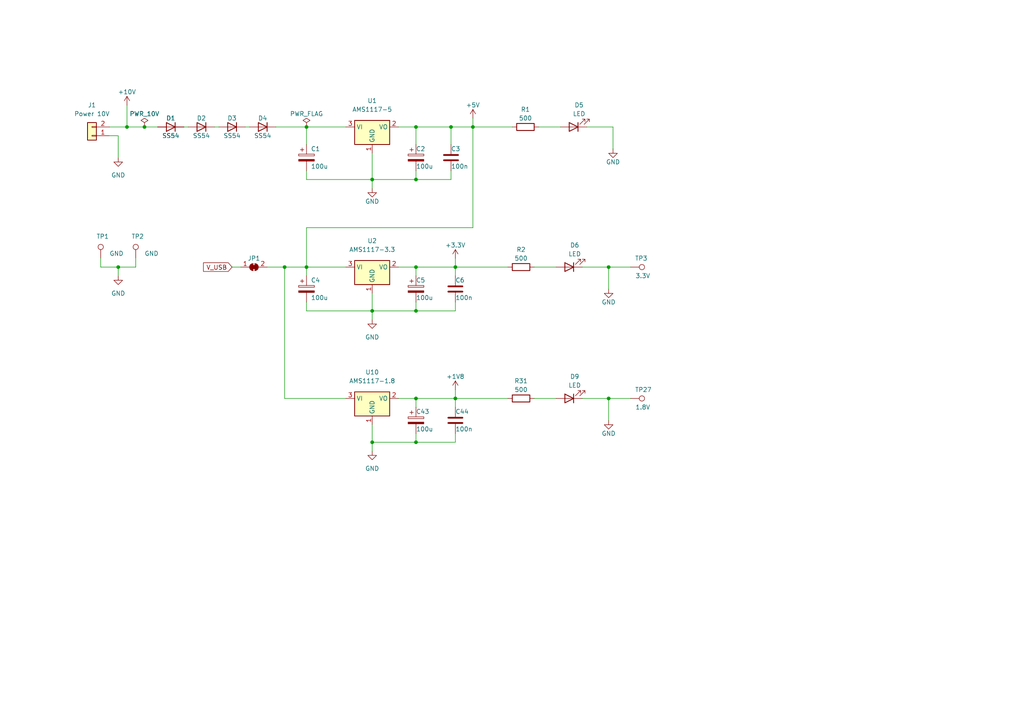
<source format=kicad_sch>
(kicad_sch (version 20230121) (generator eeschema)

  (uuid 2efbe02d-281e-4b44-af97-ef9abd875e31)

  (paper "A4")

  (lib_symbols
    (symbol "Connector:TestPoint" (pin_numbers hide) (pin_names (offset 0.762) hide) (in_bom yes) (on_board yes)
      (property "Reference" "TP" (at 0 6.858 0)
        (effects (font (size 1.27 1.27)))
      )
      (property "Value" "TestPoint" (at 0 5.08 0)
        (effects (font (size 1.27 1.27)))
      )
      (property "Footprint" "" (at 5.08 0 0)
        (effects (font (size 1.27 1.27)) hide)
      )
      (property "Datasheet" "~" (at 5.08 0 0)
        (effects (font (size 1.27 1.27)) hide)
      )
      (property "ki_keywords" "test point tp" (at 0 0 0)
        (effects (font (size 1.27 1.27)) hide)
      )
      (property "ki_description" "test point" (at 0 0 0)
        (effects (font (size 1.27 1.27)) hide)
      )
      (property "ki_fp_filters" "Pin* Test*" (at 0 0 0)
        (effects (font (size 1.27 1.27)) hide)
      )
      (symbol "TestPoint_0_1"
        (circle (center 0 3.302) (radius 0.762)
          (stroke (width 0) (type default))
          (fill (type none))
        )
      )
      (symbol "TestPoint_1_1"
        (pin passive line (at 0 0 90) (length 2.54)
          (name "1" (effects (font (size 1.27 1.27))))
          (number "1" (effects (font (size 1.27 1.27))))
        )
      )
    )
    (symbol "Connector_Generic:Conn_01x02" (pin_names (offset 1.016) hide) (in_bom yes) (on_board yes)
      (property "Reference" "J" (at 0 2.54 0)
        (effects (font (size 1.27 1.27)))
      )
      (property "Value" "Conn_01x02" (at 0 -5.08 0)
        (effects (font (size 1.27 1.27)))
      )
      (property "Footprint" "" (at 0 0 0)
        (effects (font (size 1.27 1.27)) hide)
      )
      (property "Datasheet" "~" (at 0 0 0)
        (effects (font (size 1.27 1.27)) hide)
      )
      (property "ki_keywords" "connector" (at 0 0 0)
        (effects (font (size 1.27 1.27)) hide)
      )
      (property "ki_description" "Generic connector, single row, 01x02, script generated (kicad-library-utils/schlib/autogen/connector/)" (at 0 0 0)
        (effects (font (size 1.27 1.27)) hide)
      )
      (property "ki_fp_filters" "Connector*:*_1x??_*" (at 0 0 0)
        (effects (font (size 1.27 1.27)) hide)
      )
      (symbol "Conn_01x02_1_1"
        (rectangle (start -1.27 -2.413) (end 0 -2.667)
          (stroke (width 0.1524) (type default))
          (fill (type none))
        )
        (rectangle (start -1.27 0.127) (end 0 -0.127)
          (stroke (width 0.1524) (type default))
          (fill (type none))
        )
        (rectangle (start -1.27 1.27) (end 1.27 -3.81)
          (stroke (width 0.254) (type default))
          (fill (type background))
        )
        (pin passive line (at -5.08 0 0) (length 3.81)
          (name "Pin_1" (effects (font (size 1.27 1.27))))
          (number "1" (effects (font (size 1.27 1.27))))
        )
        (pin passive line (at -5.08 -2.54 0) (length 3.81)
          (name "Pin_2" (effects (font (size 1.27 1.27))))
          (number "2" (effects (font (size 1.27 1.27))))
        )
      )
    )
    (symbol "D_1" (pin_numbers hide) (pin_names (offset 1.016) hide) (in_bom yes) (on_board yes)
      (property "Reference" "D" (at 0 2.54 0)
        (effects (font (size 1.27 1.27)))
      )
      (property "Value" "D" (at 0 -2.54 0)
        (effects (font (size 1.27 1.27)))
      )
      (property "Footprint" "" (at 0 0 0)
        (effects (font (size 1.27 1.27)) hide)
      )
      (property "Datasheet" "~" (at 0 0 0)
        (effects (font (size 1.27 1.27)) hide)
      )
      (property "Sim.Device" "D" (at 0 0 0)
        (effects (font (size 1.27 1.27)) hide)
      )
      (property "Sim.Pins" "1=K 2=A" (at 0 0 0)
        (effects (font (size 1.27 1.27)) hide)
      )
      (property "ki_keywords" "diode" (at 0 0 0)
        (effects (font (size 1.27 1.27)) hide)
      )
      (property "ki_description" "Diode" (at 0 0 0)
        (effects (font (size 1.27 1.27)) hide)
      )
      (property "ki_fp_filters" "TO-???* *_Diode_* *SingleDiode* D_*" (at 0 0 0)
        (effects (font (size 1.27 1.27)) hide)
      )
      (symbol "D_1_0_1"
        (polyline
          (pts
            (xy -1.27 1.27)
            (xy -1.27 -1.27)
          )
          (stroke (width 0.254) (type default))
          (fill (type none))
        )
        (polyline
          (pts
            (xy 1.27 0)
            (xy -1.27 0)
          )
          (stroke (width 0) (type default))
          (fill (type none))
        )
        (polyline
          (pts
            (xy 1.27 1.27)
            (xy 1.27 -1.27)
            (xy -1.27 0)
            (xy 1.27 1.27)
          )
          (stroke (width 0.254) (type default))
          (fill (type none))
        )
      )
      (symbol "D_1_1_1"
        (pin passive line (at -3.81 0 0) (length 2.54)
          (name "K" (effects (font (size 1.27 1.27))))
          (number "1" (effects (font (size 1.27 1.27))))
        )
        (pin passive line (at 3.81 0 180) (length 2.54)
          (name "A" (effects (font (size 1.27 1.27))))
          (number "2" (effects (font (size 1.27 1.27))))
        )
      )
    )
    (symbol "Device:C" (pin_numbers hide) (pin_names (offset 0.254)) (in_bom yes) (on_board yes)
      (property "Reference" "C" (at 0.635 2.54 0)
        (effects (font (size 1.27 1.27)) (justify left))
      )
      (property "Value" "C" (at 0.635 -2.54 0)
        (effects (font (size 1.27 1.27)) (justify left))
      )
      (property "Footprint" "" (at 0.9652 -3.81 0)
        (effects (font (size 1.27 1.27)) hide)
      )
      (property "Datasheet" "~" (at 0 0 0)
        (effects (font (size 1.27 1.27)) hide)
      )
      (property "ki_keywords" "cap capacitor" (at 0 0 0)
        (effects (font (size 1.27 1.27)) hide)
      )
      (property "ki_description" "Unpolarized capacitor" (at 0 0 0)
        (effects (font (size 1.27 1.27)) hide)
      )
      (property "ki_fp_filters" "C_*" (at 0 0 0)
        (effects (font (size 1.27 1.27)) hide)
      )
      (symbol "C_0_1"
        (polyline
          (pts
            (xy -2.032 -0.762)
            (xy 2.032 -0.762)
          )
          (stroke (width 0.508) (type default))
          (fill (type none))
        )
        (polyline
          (pts
            (xy -2.032 0.762)
            (xy 2.032 0.762)
          )
          (stroke (width 0.508) (type default))
          (fill (type none))
        )
      )
      (symbol "C_1_1"
        (pin passive line (at 0 3.81 270) (length 2.794)
          (name "~" (effects (font (size 1.27 1.27))))
          (number "1" (effects (font (size 1.27 1.27))))
        )
        (pin passive line (at 0 -3.81 90) (length 2.794)
          (name "~" (effects (font (size 1.27 1.27))))
          (number "2" (effects (font (size 1.27 1.27))))
        )
      )
    )
    (symbol "Device:C_Polarized" (pin_numbers hide) (pin_names (offset 0.254)) (in_bom yes) (on_board yes)
      (property "Reference" "C" (at 0.635 2.54 0)
        (effects (font (size 1.27 1.27)) (justify left))
      )
      (property "Value" "C_Polarized" (at 0.635 -2.54 0)
        (effects (font (size 1.27 1.27)) (justify left))
      )
      (property "Footprint" "" (at 0.9652 -3.81 0)
        (effects (font (size 1.27 1.27)) hide)
      )
      (property "Datasheet" "~" (at 0 0 0)
        (effects (font (size 1.27 1.27)) hide)
      )
      (property "ki_keywords" "cap capacitor" (at 0 0 0)
        (effects (font (size 1.27 1.27)) hide)
      )
      (property "ki_description" "Polarized capacitor" (at 0 0 0)
        (effects (font (size 1.27 1.27)) hide)
      )
      (property "ki_fp_filters" "CP_*" (at 0 0 0)
        (effects (font (size 1.27 1.27)) hide)
      )
      (symbol "C_Polarized_0_1"
        (rectangle (start -2.286 0.508) (end 2.286 1.016)
          (stroke (width 0) (type default))
          (fill (type none))
        )
        (polyline
          (pts
            (xy -1.778 2.286)
            (xy -0.762 2.286)
          )
          (stroke (width 0) (type default))
          (fill (type none))
        )
        (polyline
          (pts
            (xy -1.27 2.794)
            (xy -1.27 1.778)
          )
          (stroke (width 0) (type default))
          (fill (type none))
        )
        (rectangle (start 2.286 -0.508) (end -2.286 -1.016)
          (stroke (width 0) (type default))
          (fill (type outline))
        )
      )
      (symbol "C_Polarized_1_1"
        (pin passive line (at 0 3.81 270) (length 2.794)
          (name "~" (effects (font (size 1.27 1.27))))
          (number "1" (effects (font (size 1.27 1.27))))
        )
        (pin passive line (at 0 -3.81 90) (length 2.794)
          (name "~" (effects (font (size 1.27 1.27))))
          (number "2" (effects (font (size 1.27 1.27))))
        )
      )
    )
    (symbol "Device:LED" (pin_numbers hide) (pin_names (offset 1.016) hide) (in_bom yes) (on_board yes)
      (property "Reference" "D" (at 0 2.54 0)
        (effects (font (size 1.27 1.27)))
      )
      (property "Value" "LED" (at 0 -2.54 0)
        (effects (font (size 1.27 1.27)))
      )
      (property "Footprint" "" (at 0 0 0)
        (effects (font (size 1.27 1.27)) hide)
      )
      (property "Datasheet" "~" (at 0 0 0)
        (effects (font (size 1.27 1.27)) hide)
      )
      (property "ki_keywords" "LED diode" (at 0 0 0)
        (effects (font (size 1.27 1.27)) hide)
      )
      (property "ki_description" "Light emitting diode" (at 0 0 0)
        (effects (font (size 1.27 1.27)) hide)
      )
      (property "ki_fp_filters" "LED* LED_SMD:* LED_THT:*" (at 0 0 0)
        (effects (font (size 1.27 1.27)) hide)
      )
      (symbol "LED_0_1"
        (polyline
          (pts
            (xy -1.27 -1.27)
            (xy -1.27 1.27)
          )
          (stroke (width 0.254) (type default))
          (fill (type none))
        )
        (polyline
          (pts
            (xy -1.27 0)
            (xy 1.27 0)
          )
          (stroke (width 0) (type default))
          (fill (type none))
        )
        (polyline
          (pts
            (xy 1.27 -1.27)
            (xy 1.27 1.27)
            (xy -1.27 0)
            (xy 1.27 -1.27)
          )
          (stroke (width 0.254) (type default))
          (fill (type none))
        )
        (polyline
          (pts
            (xy -3.048 -0.762)
            (xy -4.572 -2.286)
            (xy -3.81 -2.286)
            (xy -4.572 -2.286)
            (xy -4.572 -1.524)
          )
          (stroke (width 0) (type default))
          (fill (type none))
        )
        (polyline
          (pts
            (xy -1.778 -0.762)
            (xy -3.302 -2.286)
            (xy -2.54 -2.286)
            (xy -3.302 -2.286)
            (xy -3.302 -1.524)
          )
          (stroke (width 0) (type default))
          (fill (type none))
        )
      )
      (symbol "LED_1_1"
        (pin passive line (at -3.81 0 0) (length 2.54)
          (name "K" (effects (font (size 1.27 1.27))))
          (number "1" (effects (font (size 1.27 1.27))))
        )
        (pin passive line (at 3.81 0 180) (length 2.54)
          (name "A" (effects (font (size 1.27 1.27))))
          (number "2" (effects (font (size 1.27 1.27))))
        )
      )
    )
    (symbol "Device:R" (pin_numbers hide) (pin_names (offset 0)) (in_bom yes) (on_board yes)
      (property "Reference" "R" (at 2.032 0 90)
        (effects (font (size 1.27 1.27)))
      )
      (property "Value" "R" (at 0 0 90)
        (effects (font (size 1.27 1.27)))
      )
      (property "Footprint" "" (at -1.778 0 90)
        (effects (font (size 1.27 1.27)) hide)
      )
      (property "Datasheet" "~" (at 0 0 0)
        (effects (font (size 1.27 1.27)) hide)
      )
      (property "ki_keywords" "R res resistor" (at 0 0 0)
        (effects (font (size 1.27 1.27)) hide)
      )
      (property "ki_description" "Resistor" (at 0 0 0)
        (effects (font (size 1.27 1.27)) hide)
      )
      (property "ki_fp_filters" "R_*" (at 0 0 0)
        (effects (font (size 1.27 1.27)) hide)
      )
      (symbol "R_0_1"
        (rectangle (start -1.016 -2.54) (end 1.016 2.54)
          (stroke (width 0.254) (type default))
          (fill (type none))
        )
      )
      (symbol "R_1_1"
        (pin passive line (at 0 3.81 270) (length 1.27)
          (name "~" (effects (font (size 1.27 1.27))))
          (number "1" (effects (font (size 1.27 1.27))))
        )
        (pin passive line (at 0 -3.81 90) (length 1.27)
          (name "~" (effects (font (size 1.27 1.27))))
          (number "2" (effects (font (size 1.27 1.27))))
        )
      )
    )
    (symbol "Jumper:SolderJumper_2_Bridged" (pin_names (offset 0) hide) (in_bom yes) (on_board yes)
      (property "Reference" "JP" (at 0 2.032 0)
        (effects (font (size 1.27 1.27)))
      )
      (property "Value" "SolderJumper_2_Bridged" (at 0 -2.54 0)
        (effects (font (size 1.27 1.27)))
      )
      (property "Footprint" "" (at 0 0 0)
        (effects (font (size 1.27 1.27)) hide)
      )
      (property "Datasheet" "~" (at 0 0 0)
        (effects (font (size 1.27 1.27)) hide)
      )
      (property "ki_keywords" "solder jumper SPST" (at 0 0 0)
        (effects (font (size 1.27 1.27)) hide)
      )
      (property "ki_description" "Solder Jumper, 2-pole, closed/bridged" (at 0 0 0)
        (effects (font (size 1.27 1.27)) hide)
      )
      (property "ki_fp_filters" "SolderJumper*Bridged*" (at 0 0 0)
        (effects (font (size 1.27 1.27)) hide)
      )
      (symbol "SolderJumper_2_Bridged_0_1"
        (rectangle (start -0.508 0.508) (end 0.508 -0.508)
          (stroke (width 0) (type default))
          (fill (type outline))
        )
        (arc (start -0.254 1.016) (mid -1.2656 0) (end -0.254 -1.016)
          (stroke (width 0) (type default))
          (fill (type none))
        )
        (arc (start -0.254 1.016) (mid -1.2656 0) (end -0.254 -1.016)
          (stroke (width 0) (type default))
          (fill (type outline))
        )
        (polyline
          (pts
            (xy -0.254 1.016)
            (xy -0.254 -1.016)
          )
          (stroke (width 0) (type default))
          (fill (type none))
        )
        (polyline
          (pts
            (xy 0.254 1.016)
            (xy 0.254 -1.016)
          )
          (stroke (width 0) (type default))
          (fill (type none))
        )
        (arc (start 0.254 -1.016) (mid 1.2656 0) (end 0.254 1.016)
          (stroke (width 0) (type default))
          (fill (type none))
        )
        (arc (start 0.254 -1.016) (mid 1.2656 0) (end 0.254 1.016)
          (stroke (width 0) (type default))
          (fill (type outline))
        )
      )
      (symbol "SolderJumper_2_Bridged_1_1"
        (pin passive line (at -3.81 0 0) (length 2.54)
          (name "A" (effects (font (size 1.27 1.27))))
          (number "1" (effects (font (size 1.27 1.27))))
        )
        (pin passive line (at 3.81 0 180) (length 2.54)
          (name "B" (effects (font (size 1.27 1.27))))
          (number "2" (effects (font (size 1.27 1.27))))
        )
      )
    )
    (symbol "Regulator_Linear:AMS1117-1.8" (in_bom yes) (on_board yes)
      (property "Reference" "U" (at -3.81 3.175 0)
        (effects (font (size 1.27 1.27)))
      )
      (property "Value" "AMS1117-1.8" (at 0 3.175 0)
        (effects (font (size 1.27 1.27)) (justify left))
      )
      (property "Footprint" "Package_TO_SOT_SMD:SOT-223-3_TabPin2" (at 0 5.08 0)
        (effects (font (size 1.27 1.27)) hide)
      )
      (property "Datasheet" "http://www.advanced-monolithic.com/pdf/ds1117.pdf" (at 2.54 -6.35 0)
        (effects (font (size 1.27 1.27)) hide)
      )
      (property "ki_keywords" "linear regulator ldo fixed positive" (at 0 0 0)
        (effects (font (size 1.27 1.27)) hide)
      )
      (property "ki_description" "1A Low Dropout regulator, positive, 1.8V fixed output, SOT-223" (at 0 0 0)
        (effects (font (size 1.27 1.27)) hide)
      )
      (property "ki_fp_filters" "SOT?223*TabPin2*" (at 0 0 0)
        (effects (font (size 1.27 1.27)) hide)
      )
      (symbol "AMS1117-1.8_0_1"
        (rectangle (start -5.08 -5.08) (end 5.08 1.905)
          (stroke (width 0.254) (type default))
          (fill (type background))
        )
      )
      (symbol "AMS1117-1.8_1_1"
        (pin power_in line (at 0 -7.62 90) (length 2.54)
          (name "GND" (effects (font (size 1.27 1.27))))
          (number "1" (effects (font (size 1.27 1.27))))
        )
        (pin power_out line (at 7.62 0 180) (length 2.54)
          (name "VO" (effects (font (size 1.27 1.27))))
          (number "2" (effects (font (size 1.27 1.27))))
        )
        (pin power_in line (at -7.62 0 0) (length 2.54)
          (name "VI" (effects (font (size 1.27 1.27))))
          (number "3" (effects (font (size 1.27 1.27))))
        )
      )
    )
    (symbol "Regulator_Linear:AMS1117-3.3" (in_bom yes) (on_board yes)
      (property "Reference" "U" (at -3.81 3.175 0)
        (effects (font (size 1.27 1.27)))
      )
      (property "Value" "AMS1117-3.3" (at 0 3.175 0)
        (effects (font (size 1.27 1.27)) (justify left))
      )
      (property "Footprint" "Package_TO_SOT_SMD:SOT-223-3_TabPin2" (at 0 5.08 0)
        (effects (font (size 1.27 1.27)) hide)
      )
      (property "Datasheet" "http://www.advanced-monolithic.com/pdf/ds1117.pdf" (at 2.54 -6.35 0)
        (effects (font (size 1.27 1.27)) hide)
      )
      (property "ki_keywords" "linear regulator ldo fixed positive" (at 0 0 0)
        (effects (font (size 1.27 1.27)) hide)
      )
      (property "ki_description" "1A Low Dropout regulator, positive, 3.3V fixed output, SOT-223" (at 0 0 0)
        (effects (font (size 1.27 1.27)) hide)
      )
      (property "ki_fp_filters" "SOT?223*TabPin2*" (at 0 0 0)
        (effects (font (size 1.27 1.27)) hide)
      )
      (symbol "AMS1117-3.3_0_1"
        (rectangle (start -5.08 -5.08) (end 5.08 1.905)
          (stroke (width 0.254) (type default))
          (fill (type background))
        )
      )
      (symbol "AMS1117-3.3_1_1"
        (pin power_in line (at 0 -7.62 90) (length 2.54)
          (name "GND" (effects (font (size 1.27 1.27))))
          (number "1" (effects (font (size 1.27 1.27))))
        )
        (pin power_out line (at 7.62 0 180) (length 2.54)
          (name "VO" (effects (font (size 1.27 1.27))))
          (number "2" (effects (font (size 1.27 1.27))))
        )
        (pin power_in line (at -7.62 0 0) (length 2.54)
          (name "VI" (effects (font (size 1.27 1.27))))
          (number "3" (effects (font (size 1.27 1.27))))
        )
      )
    )
    (symbol "Regulator_Linear:AMS1117-5.0" (in_bom yes) (on_board yes)
      (property "Reference" "U" (at -3.81 3.175 0)
        (effects (font (size 1.27 1.27)))
      )
      (property "Value" "AMS1117-5.0" (at 0 3.175 0)
        (effects (font (size 1.27 1.27)) (justify left))
      )
      (property "Footprint" "Package_TO_SOT_SMD:SOT-223-3_TabPin2" (at 0 5.08 0)
        (effects (font (size 1.27 1.27)) hide)
      )
      (property "Datasheet" "http://www.advanced-monolithic.com/pdf/ds1117.pdf" (at 2.54 -6.35 0)
        (effects (font (size 1.27 1.27)) hide)
      )
      (property "ki_keywords" "linear regulator ldo fixed positive" (at 0 0 0)
        (effects (font (size 1.27 1.27)) hide)
      )
      (property "ki_description" "1A Low Dropout regulator, positive, 5.0V fixed output, SOT-223" (at 0 0 0)
        (effects (font (size 1.27 1.27)) hide)
      )
      (property "ki_fp_filters" "SOT?223*TabPin2*" (at 0 0 0)
        (effects (font (size 1.27 1.27)) hide)
      )
      (symbol "AMS1117-5.0_0_1"
        (rectangle (start -5.08 -5.08) (end 5.08 1.905)
          (stroke (width 0.254) (type default))
          (fill (type background))
        )
      )
      (symbol "AMS1117-5.0_1_1"
        (pin power_in line (at 0 -7.62 90) (length 2.54)
          (name "GND" (effects (font (size 1.27 1.27))))
          (number "1" (effects (font (size 1.27 1.27))))
        )
        (pin power_out line (at 7.62 0 180) (length 2.54)
          (name "VO" (effects (font (size 1.27 1.27))))
          (number "2" (effects (font (size 1.27 1.27))))
        )
        (pin power_in line (at -7.62 0 0) (length 2.54)
          (name "VI" (effects (font (size 1.27 1.27))))
          (number "3" (effects (font (size 1.27 1.27))))
        )
      )
    )
    (symbol "power:+10V" (power) (pin_names (offset 0)) (in_bom yes) (on_board yes)
      (property "Reference" "#PWR" (at 0 -3.81 0)
        (effects (font (size 1.27 1.27)) hide)
      )
      (property "Value" "+10V" (at 0 3.556 0)
        (effects (font (size 1.27 1.27)))
      )
      (property "Footprint" "" (at 0 0 0)
        (effects (font (size 1.27 1.27)) hide)
      )
      (property "Datasheet" "" (at 0 0 0)
        (effects (font (size 1.27 1.27)) hide)
      )
      (property "ki_keywords" "global power" (at 0 0 0)
        (effects (font (size 1.27 1.27)) hide)
      )
      (property "ki_description" "Power symbol creates a global label with name \"+10V\"" (at 0 0 0)
        (effects (font (size 1.27 1.27)) hide)
      )
      (symbol "+10V_0_1"
        (polyline
          (pts
            (xy -0.762 1.27)
            (xy 0 2.54)
          )
          (stroke (width 0) (type default))
          (fill (type none))
        )
        (polyline
          (pts
            (xy 0 0)
            (xy 0 2.54)
          )
          (stroke (width 0) (type default))
          (fill (type none))
        )
        (polyline
          (pts
            (xy 0 2.54)
            (xy 0.762 1.27)
          )
          (stroke (width 0) (type default))
          (fill (type none))
        )
      )
      (symbol "+10V_1_1"
        (pin power_in line (at 0 0 90) (length 0) hide
          (name "+10V" (effects (font (size 1.27 1.27))))
          (number "1" (effects (font (size 1.27 1.27))))
        )
      )
    )
    (symbol "power:+1V8" (power) (pin_names (offset 0)) (in_bom yes) (on_board yes)
      (property "Reference" "#PWR" (at 0 -3.81 0)
        (effects (font (size 1.27 1.27)) hide)
      )
      (property "Value" "+1V8" (at 0 3.556 0)
        (effects (font (size 1.27 1.27)))
      )
      (property "Footprint" "" (at 0 0 0)
        (effects (font (size 1.27 1.27)) hide)
      )
      (property "Datasheet" "" (at 0 0 0)
        (effects (font (size 1.27 1.27)) hide)
      )
      (property "ki_keywords" "global power" (at 0 0 0)
        (effects (font (size 1.27 1.27)) hide)
      )
      (property "ki_description" "Power symbol creates a global label with name \"+1V8\"" (at 0 0 0)
        (effects (font (size 1.27 1.27)) hide)
      )
      (symbol "+1V8_0_1"
        (polyline
          (pts
            (xy -0.762 1.27)
            (xy 0 2.54)
          )
          (stroke (width 0) (type default))
          (fill (type none))
        )
        (polyline
          (pts
            (xy 0 0)
            (xy 0 2.54)
          )
          (stroke (width 0) (type default))
          (fill (type none))
        )
        (polyline
          (pts
            (xy 0 2.54)
            (xy 0.762 1.27)
          )
          (stroke (width 0) (type default))
          (fill (type none))
        )
      )
      (symbol "+1V8_1_1"
        (pin power_in line (at 0 0 90) (length 0) hide
          (name "+1V8" (effects (font (size 1.27 1.27))))
          (number "1" (effects (font (size 1.27 1.27))))
        )
      )
    )
    (symbol "power:+3.3V" (power) (pin_names (offset 0)) (in_bom yes) (on_board yes)
      (property "Reference" "#PWR" (at 0 -3.81 0)
        (effects (font (size 1.27 1.27)) hide)
      )
      (property "Value" "+3.3V" (at 0 3.556 0)
        (effects (font (size 1.27 1.27)))
      )
      (property "Footprint" "" (at 0 0 0)
        (effects (font (size 1.27 1.27)) hide)
      )
      (property "Datasheet" "" (at 0 0 0)
        (effects (font (size 1.27 1.27)) hide)
      )
      (property "ki_keywords" "global power" (at 0 0 0)
        (effects (font (size 1.27 1.27)) hide)
      )
      (property "ki_description" "Power symbol creates a global label with name \"+3.3V\"" (at 0 0 0)
        (effects (font (size 1.27 1.27)) hide)
      )
      (symbol "+3.3V_0_1"
        (polyline
          (pts
            (xy -0.762 1.27)
            (xy 0 2.54)
          )
          (stroke (width 0) (type default))
          (fill (type none))
        )
        (polyline
          (pts
            (xy 0 0)
            (xy 0 2.54)
          )
          (stroke (width 0) (type default))
          (fill (type none))
        )
        (polyline
          (pts
            (xy 0 2.54)
            (xy 0.762 1.27)
          )
          (stroke (width 0) (type default))
          (fill (type none))
        )
      )
      (symbol "+3.3V_1_1"
        (pin power_in line (at 0 0 90) (length 0) hide
          (name "+3.3V" (effects (font (size 1.27 1.27))))
          (number "1" (effects (font (size 1.27 1.27))))
        )
      )
    )
    (symbol "power:+5V" (power) (pin_names (offset 0)) (in_bom yes) (on_board yes)
      (property "Reference" "#PWR" (at 0 -3.81 0)
        (effects (font (size 1.27 1.27)) hide)
      )
      (property "Value" "+5V" (at 0 3.556 0)
        (effects (font (size 1.27 1.27)))
      )
      (property "Footprint" "" (at 0 0 0)
        (effects (font (size 1.27 1.27)) hide)
      )
      (property "Datasheet" "" (at 0 0 0)
        (effects (font (size 1.27 1.27)) hide)
      )
      (property "ki_keywords" "global power" (at 0 0 0)
        (effects (font (size 1.27 1.27)) hide)
      )
      (property "ki_description" "Power symbol creates a global label with name \"+5V\"" (at 0 0 0)
        (effects (font (size 1.27 1.27)) hide)
      )
      (symbol "+5V_0_1"
        (polyline
          (pts
            (xy -0.762 1.27)
            (xy 0 2.54)
          )
          (stroke (width 0) (type default))
          (fill (type none))
        )
        (polyline
          (pts
            (xy 0 0)
            (xy 0 2.54)
          )
          (stroke (width 0) (type default))
          (fill (type none))
        )
        (polyline
          (pts
            (xy 0 2.54)
            (xy 0.762 1.27)
          )
          (stroke (width 0) (type default))
          (fill (type none))
        )
      )
      (symbol "+5V_1_1"
        (pin power_in line (at 0 0 90) (length 0) hide
          (name "+5V" (effects (font (size 1.27 1.27))))
          (number "1" (effects (font (size 1.27 1.27))))
        )
      )
    )
    (symbol "power:GND" (power) (pin_names (offset 0)) (in_bom yes) (on_board yes)
      (property "Reference" "#PWR" (at 0 -6.35 0)
        (effects (font (size 1.27 1.27)) hide)
      )
      (property "Value" "GND" (at 0 -3.81 0)
        (effects (font (size 1.27 1.27)))
      )
      (property "Footprint" "" (at 0 0 0)
        (effects (font (size 1.27 1.27)) hide)
      )
      (property "Datasheet" "" (at 0 0 0)
        (effects (font (size 1.27 1.27)) hide)
      )
      (property "ki_keywords" "global power" (at 0 0 0)
        (effects (font (size 1.27 1.27)) hide)
      )
      (property "ki_description" "Power symbol creates a global label with name \"GND\" , ground" (at 0 0 0)
        (effects (font (size 1.27 1.27)) hide)
      )
      (symbol "GND_0_1"
        (polyline
          (pts
            (xy 0 0)
            (xy 0 -1.27)
            (xy 1.27 -1.27)
            (xy 0 -2.54)
            (xy -1.27 -1.27)
            (xy 0 -1.27)
          )
          (stroke (width 0) (type default))
          (fill (type none))
        )
      )
      (symbol "GND_1_1"
        (pin power_in line (at 0 0 270) (length 0) hide
          (name "GND" (effects (font (size 1.27 1.27))))
          (number "1" (effects (font (size 1.27 1.27))))
        )
      )
    )
    (symbol "power:PWR_FLAG" (power) (pin_numbers hide) (pin_names (offset 0) hide) (in_bom yes) (on_board yes)
      (property "Reference" "#FLG" (at 0 1.905 0)
        (effects (font (size 1.27 1.27)) hide)
      )
      (property "Value" "PWR_FLAG" (at 0 3.81 0)
        (effects (font (size 1.27 1.27)))
      )
      (property "Footprint" "" (at 0 0 0)
        (effects (font (size 1.27 1.27)) hide)
      )
      (property "Datasheet" "~" (at 0 0 0)
        (effects (font (size 1.27 1.27)) hide)
      )
      (property "ki_keywords" "flag power" (at 0 0 0)
        (effects (font (size 1.27 1.27)) hide)
      )
      (property "ki_description" "Special symbol for telling ERC where power comes from" (at 0 0 0)
        (effects (font (size 1.27 1.27)) hide)
      )
      (symbol "PWR_FLAG_0_0"
        (pin power_out line (at 0 0 90) (length 0)
          (name "pwr" (effects (font (size 1.27 1.27))))
          (number "1" (effects (font (size 1.27 1.27))))
        )
      )
      (symbol "PWR_FLAG_0_1"
        (polyline
          (pts
            (xy 0 0)
            (xy 0 1.27)
            (xy -1.016 1.905)
            (xy 0 2.54)
            (xy 1.016 1.905)
            (xy 0 1.27)
          )
          (stroke (width 0) (type default))
          (fill (type none))
        )
      )
    )
  )

  (junction (at 107.95 52.07) (diameter 0) (color 0 0 0 0)
    (uuid 1505d9a3-8654-4492-9bc8-5a95d12e9c16)
  )
  (junction (at 132.08 115.57) (diameter 0) (color 0 0 0 0)
    (uuid 1f24428a-4678-4ba5-a19f-84389d2c27a3)
  )
  (junction (at 88.9 77.47) (diameter 0) (color 0 0 0 0)
    (uuid 1fa1c061-5e6d-42dd-ad12-550a832d4698)
  )
  (junction (at 88.9 36.83) (diameter 0) (color 0 0 0 0)
    (uuid 200ccff6-41e6-4628-8123-8481bb1f6439)
  )
  (junction (at 107.95 128.27) (diameter 0.9144) (color 0 0 0 0)
    (uuid 2d5f7774-ad54-4a31-a81f-57fc219d2ae0)
  )
  (junction (at 82.55 77.47) (diameter 0) (color 0 0 0 0)
    (uuid 330d54db-aa16-46a0-9c7d-701456180a33)
  )
  (junction (at 34.29 77.47) (diameter 0) (color 0 0 0 0)
    (uuid 373d19ee-2ef6-4213-bbd7-5617deafb662)
  )
  (junction (at 120.65 90.17) (diameter 0.9144) (color 0 0 0 0)
    (uuid 3fb7a6f4-954e-40b4-a305-f0fa41c3e84b)
  )
  (junction (at 176.53 115.57) (diameter 0) (color 0 0 0 0)
    (uuid 42ce9f7d-a8d2-4f5a-ac56-a0a1d06acc03)
  )
  (junction (at 130.81 36.83) (diameter 0) (color 0 0 0 0)
    (uuid 4e5da8be-c5a2-4714-b54e-3804501c1eb6)
  )
  (junction (at 132.08 77.47) (diameter 0) (color 0 0 0 0)
    (uuid 51d4e64d-f8d6-4368-b430-bb1dfe8f0f79)
  )
  (junction (at 120.65 77.47) (diameter 0.9144) (color 0 0 0 0)
    (uuid 54e5935d-38a4-4c5e-8269-b47f403c0f45)
  )
  (junction (at 120.65 36.83) (diameter 0.9144) (color 0 0 0 0)
    (uuid 5800c1c4-8da4-4a2d-ae2f-9042bfe795c3)
  )
  (junction (at 36.83 36.83) (diameter 0) (color 0 0 0 0)
    (uuid 63c67cd0-3771-4d3f-895a-ee360e9ebbdd)
  )
  (junction (at 120.65 115.57) (diameter 0.9144) (color 0 0 0 0)
    (uuid 857000f7-8c80-4da4-bfcb-186b4ddde376)
  )
  (junction (at 176.53 77.47) (diameter 0) (color 0 0 0 0)
    (uuid a65be720-61eb-4914-9910-334481516aaa)
  )
  (junction (at 41.91 36.83) (diameter 0) (color 0 0 0 0)
    (uuid cd68330d-c5a1-45b3-9a49-6d92ce75d034)
  )
  (junction (at 107.95 90.17) (diameter 0.9144) (color 0 0 0 0)
    (uuid ceab2fc8-2496-42de-96b7-b7aab306ec87)
  )
  (junction (at 120.65 52.07) (diameter 0) (color 0 0 0 0)
    (uuid d4bfc5ad-521a-4857-bbaa-530be094126e)
  )
  (junction (at 137.16 36.83) (diameter 0) (color 0 0 0 0)
    (uuid dbc14571-9506-4dcd-bc29-07314c6ada51)
  )
  (junction (at 120.65 128.27) (diameter 0.9144) (color 0 0 0 0)
    (uuid f6f61caf-8163-491d-a7aa-b350b5f77d75)
  )

  (wire (pts (xy 88.9 77.47) (xy 100.33 77.47))
    (stroke (width 0) (type default))
    (uuid 003553ef-3923-4568-915d-67f44bd96e1e)
  )
  (wire (pts (xy 88.9 90.17) (xy 88.9 87.63))
    (stroke (width 0) (type solid))
    (uuid 067fe14a-f3ba-47fd-9cd7-fdecfe379208)
  )
  (wire (pts (xy 82.55 77.47) (xy 82.55 115.57))
    (stroke (width 0) (type default))
    (uuid 08f8b564-71c5-4c8a-b380-2a83c3945767)
  )
  (wire (pts (xy 53.34 36.83) (xy 54.61 36.83))
    (stroke (width 0) (type default))
    (uuid 0979078f-a78b-4367-a8a1-85128c001940)
  )
  (wire (pts (xy 176.53 77.47) (xy 182.88 77.47))
    (stroke (width 0) (type default))
    (uuid 116de3d5-e26f-4419-a57a-b8947ef02588)
  )
  (wire (pts (xy 80.01 36.83) (xy 88.9 36.83))
    (stroke (width 0) (type solid))
    (uuid 12105dec-2b50-4bbe-b21e-b4bfd6d90601)
  )
  (wire (pts (xy 130.81 41.91) (xy 130.81 36.83))
    (stroke (width 0) (type default))
    (uuid 125bffc0-a160-4c09-bbcf-637fd29cfad3)
  )
  (wire (pts (xy 137.16 36.83) (xy 148.59 36.83))
    (stroke (width 0) (type default))
    (uuid 15788416-280a-4422-a783-a222fa5a996c)
  )
  (wire (pts (xy 170.18 36.83) (xy 177.8 36.83))
    (stroke (width 0) (type default))
    (uuid 177259a2-b658-44d5-8b5f-f8a8bb0144c4)
  )
  (wire (pts (xy 62.23 36.83) (xy 63.5 36.83))
    (stroke (width 0) (type default))
    (uuid 1cb036cc-49fd-4777-9802-8fc2e011fee0)
  )
  (wire (pts (xy 107.95 128.27) (xy 120.65 128.27))
    (stroke (width 0) (type solid))
    (uuid 1eb17a72-8468-46a1-b50b-4e1ac075abf7)
  )
  (wire (pts (xy 107.95 52.07) (xy 120.65 52.07))
    (stroke (width 0) (type solid))
    (uuid 2234b59f-3b76-41bb-bc69-802fcba3bcbd)
  )
  (wire (pts (xy 132.08 77.47) (xy 147.32 77.47))
    (stroke (width 0) (type default))
    (uuid 23db1021-27c9-4a48-9db6-4d201d983fec)
  )
  (wire (pts (xy 154.94 115.57) (xy 161.29 115.57))
    (stroke (width 0) (type default))
    (uuid 279385c6-66e2-4925-ad22-cfbbf4ecd03a)
  )
  (wire (pts (xy 34.29 77.47) (xy 39.37 77.47))
    (stroke (width 0) (type default))
    (uuid 28d9d3db-e6e9-4c9b-ac1c-eb5569165cc3)
  )
  (wire (pts (xy 88.9 36.83) (xy 88.9 41.91))
    (stroke (width 0) (type default))
    (uuid 2fa5ea26-757c-42bb-99b5-305028d1afc2)
  )
  (wire (pts (xy 132.08 113.03) (xy 132.08 115.57))
    (stroke (width 0) (type solid))
    (uuid 31b276f3-e44b-45b1-8385-2a9ccf68a733)
  )
  (wire (pts (xy 107.95 52.07) (xy 107.95 44.45))
    (stroke (width 0) (type solid))
    (uuid 323f367d-4a23-41cd-8ddc-919ea8495ea8)
  )
  (wire (pts (xy 132.08 90.17) (xy 132.08 87.63))
    (stroke (width 0) (type solid))
    (uuid 3a2e6459-3a2c-4c0f-8aa6-aa1309de37b8)
  )
  (wire (pts (xy 115.57 36.83) (xy 120.65 36.83))
    (stroke (width 0) (type solid))
    (uuid 3b4d6c5f-cf07-420e-bb5e-53bd7dd6f583)
  )
  (wire (pts (xy 82.55 77.47) (xy 88.9 77.47))
    (stroke (width 0) (type default))
    (uuid 3b6e46b1-4217-4d1c-a964-4d43a493e4a8)
  )
  (wire (pts (xy 130.81 52.07) (xy 130.81 49.53))
    (stroke (width 0) (type solid))
    (uuid 3e8409a5-58dc-45d3-a799-3df6e4d5a374)
  )
  (wire (pts (xy 36.83 30.48) (xy 36.83 36.83))
    (stroke (width 0) (type default))
    (uuid 413e8b27-8a39-4b28-94bf-6aa0a04755f6)
  )
  (wire (pts (xy 176.53 77.47) (xy 176.53 83.82))
    (stroke (width 0) (type default))
    (uuid 4b547803-4cdf-4541-b3fe-85a440748913)
  )
  (wire (pts (xy 120.65 41.91) (xy 120.65 36.83))
    (stroke (width 0) (type default))
    (uuid 50eb37bd-a223-48a8-81a6-76b3eaca606f)
  )
  (wire (pts (xy 77.47 77.47) (xy 82.55 77.47))
    (stroke (width 0) (type default))
    (uuid 519797a8-ccf1-44bd-91ed-af5f03e76f2f)
  )
  (wire (pts (xy 137.16 34.29) (xy 137.16 36.83))
    (stroke (width 0) (type solid))
    (uuid 55b02563-9b73-4da3-a5f9-59fff1f777dd)
  )
  (wire (pts (xy 120.65 115.57) (xy 132.08 115.57))
    (stroke (width 0) (type solid))
    (uuid 5b3b26af-5a77-4269-b1cf-225d38b1c640)
  )
  (wire (pts (xy 107.95 90.17) (xy 107.95 85.09))
    (stroke (width 0) (type solid))
    (uuid 63d8ae86-5e52-4073-8db6-1b3f2ec13abf)
  )
  (wire (pts (xy 120.65 90.17) (xy 120.65 87.63))
    (stroke (width 0) (type default))
    (uuid 65570f2b-83f4-49e2-8e8b-fe735eb5c311)
  )
  (wire (pts (xy 120.65 36.83) (xy 130.81 36.83))
    (stroke (width 0) (type solid))
    (uuid 6ac2f5dd-72d9-4444-9385-368b5fdc1d38)
  )
  (wire (pts (xy 120.65 52.07) (xy 130.81 52.07))
    (stroke (width 0) (type solid))
    (uuid 6eb3709e-f004-47f5-9776-8237bc3f7b70)
  )
  (wire (pts (xy 41.91 36.83) (xy 45.72 36.83))
    (stroke (width 0) (type default))
    (uuid 6ed8326d-a050-411a-b3e7-f4acf7fb751f)
  )
  (wire (pts (xy 115.57 77.47) (xy 120.65 77.47))
    (stroke (width 0) (type solid))
    (uuid 72da8c2e-1c02-414d-9730-ea07aa5e1c64)
  )
  (wire (pts (xy 107.95 90.17) (xy 107.95 92.71))
    (stroke (width 0) (type solid))
    (uuid 72fc21f1-fd3a-487d-80c9-85efd5889864)
  )
  (wire (pts (xy 115.57 115.57) (xy 120.65 115.57))
    (stroke (width 0) (type solid))
    (uuid 7730e329-2398-46ee-a8d1-23b4519ae1a5)
  )
  (wire (pts (xy 156.21 36.83) (xy 162.56 36.83))
    (stroke (width 0) (type default))
    (uuid 7c99db19-7eee-4f62-9228-dae55998a9ba)
  )
  (wire (pts (xy 177.8 36.83) (xy 177.8 43.18))
    (stroke (width 0) (type default))
    (uuid 7f56d058-46b6-483f-992a-7b9e234d2cd4)
  )
  (wire (pts (xy 34.29 39.37) (xy 34.29 45.72))
    (stroke (width 0) (type solid))
    (uuid 804f5389-4a0d-48b0-836f-fbf6aeb16581)
  )
  (wire (pts (xy 137.16 36.83) (xy 137.16 66.04))
    (stroke (width 0) (type default))
    (uuid 80a29144-5801-4aaf-88cf-cc34ea5030d6)
  )
  (wire (pts (xy 120.65 128.27) (xy 132.08 128.27))
    (stroke (width 0) (type solid))
    (uuid 81af3be1-0471-4045-bead-6900791d0bf7)
  )
  (wire (pts (xy 88.9 36.83) (xy 100.33 36.83))
    (stroke (width 0) (type default))
    (uuid 84092868-33c7-4f2b-aa57-8ec4603c28b1)
  )
  (wire (pts (xy 120.65 77.47) (xy 132.08 77.47))
    (stroke (width 0) (type solid))
    (uuid 84771074-839f-4f42-8118-ba5dfe209cee)
  )
  (wire (pts (xy 107.95 128.27) (xy 107.95 130.81))
    (stroke (width 0) (type solid))
    (uuid 848c82b9-2a6b-476e-a132-b738d0e6bef3)
  )
  (wire (pts (xy 120.65 118.11) (xy 120.65 115.57))
    (stroke (width 0) (type default))
    (uuid 851608d0-c5bf-4da0-9ed2-58111167a41f)
  )
  (wire (pts (xy 31.75 36.83) (xy 36.83 36.83))
    (stroke (width 0) (type default))
    (uuid 87213bc7-1c3b-4f8a-8b73-a7fec3688f97)
  )
  (wire (pts (xy 88.9 66.04) (xy 88.9 77.47))
    (stroke (width 0) (type default))
    (uuid 8c935079-ec51-4ba9-b66b-dc117c8fcbaa)
  )
  (wire (pts (xy 132.08 74.93) (xy 132.08 77.47))
    (stroke (width 0) (type solid))
    (uuid 928a0fd6-ebe9-4496-b79b-c178a1f60a45)
  )
  (wire (pts (xy 154.94 77.47) (xy 161.29 77.47))
    (stroke (width 0) (type default))
    (uuid 9295e78d-c3b0-4253-8b74-e51b7449d903)
  )
  (wire (pts (xy 88.9 77.47) (xy 88.9 80.01))
    (stroke (width 0) (type default))
    (uuid 94de75d1-1ade-4837-bbc7-1e75c5136832)
  )
  (wire (pts (xy 132.08 77.47) (xy 132.08 80.01))
    (stroke (width 0) (type default))
    (uuid 99b4c91e-c409-45ab-90b8-ad2642668ed0)
  )
  (wire (pts (xy 29.21 74.93) (xy 29.21 77.47))
    (stroke (width 0) (type default))
    (uuid 99efdcbb-bf40-46d3-90c4-eac2b5fb1be4)
  )
  (wire (pts (xy 168.91 77.47) (xy 176.53 77.47))
    (stroke (width 0) (type default))
    (uuid 9b7fca51-20e6-4d43-af13-c3f04318832a)
  )
  (wire (pts (xy 100.33 115.57) (xy 82.55 115.57))
    (stroke (width 0) (type default))
    (uuid a3968b35-f796-4d97-8562-a3901f804f5a)
  )
  (wire (pts (xy 176.53 115.57) (xy 176.53 121.92))
    (stroke (width 0) (type default))
    (uuid aeb0641c-2e8f-4d71-b219-30afd5b5870a)
  )
  (wire (pts (xy 132.08 115.57) (xy 132.08 118.11))
    (stroke (width 0) (type default))
    (uuid b1aba63c-f4c5-4c2c-ab8d-8db08b52f74c)
  )
  (wire (pts (xy 137.16 66.04) (xy 88.9 66.04))
    (stroke (width 0) (type default))
    (uuid b51a4a15-caae-4d9f-a4ca-ca08becb94a7)
  )
  (wire (pts (xy 107.95 128.27) (xy 107.95 123.19))
    (stroke (width 0) (type solid))
    (uuid b6b03804-1816-4e7b-9e1b-9b32f30a590b)
  )
  (wire (pts (xy 120.65 90.17) (xy 132.08 90.17))
    (stroke (width 0) (type solid))
    (uuid b9d74372-49b7-4e38-a8a7-e16672bb1c6b)
  )
  (wire (pts (xy 120.65 80.01) (xy 120.65 77.47))
    (stroke (width 0) (type default))
    (uuid befb4bec-3fbb-44ae-83e6-5ac10c4a9fd0)
  )
  (wire (pts (xy 71.12 36.83) (xy 72.39 36.83))
    (stroke (width 0) (type default))
    (uuid c7ce1110-16ae-469f-8560-0e3bf48377d5)
  )
  (wire (pts (xy 132.08 115.57) (xy 147.32 115.57))
    (stroke (width 0) (type default))
    (uuid c889a0ad-d04a-48a4-8dab-f3423a274c3f)
  )
  (wire (pts (xy 107.95 52.07) (xy 107.95 54.61))
    (stroke (width 0) (type solid))
    (uuid caf2d138-5852-468e-8207-edef214be2e1)
  )
  (wire (pts (xy 29.21 77.47) (xy 34.29 77.47))
    (stroke (width 0) (type default))
    (uuid cb81963f-a147-4036-85d7-d3bad181129b)
  )
  (wire (pts (xy 107.95 90.17) (xy 120.65 90.17))
    (stroke (width 0) (type solid))
    (uuid d13036b8-c38f-4ca9-a8f1-c581f0d23985)
  )
  (wire (pts (xy 88.9 52.07) (xy 88.9 49.53))
    (stroke (width 0) (type solid))
    (uuid d27c0cb3-4854-4b2f-892a-e5cef5c29ee8)
  )
  (wire (pts (xy 36.83 36.83) (xy 41.91 36.83))
    (stroke (width 0) (type default))
    (uuid d5217c1f-79d4-4c4f-a18c-00c689747326)
  )
  (wire (pts (xy 39.37 77.47) (xy 39.37 74.93))
    (stroke (width 0) (type default))
    (uuid d9d11c19-2d09-4114-ade6-e4c8a2fc6c6b)
  )
  (wire (pts (xy 88.9 52.07) (xy 107.95 52.07))
    (stroke (width 0) (type solid))
    (uuid dd84c71f-bcfa-4d23-ad14-7f5b794ca2a8)
  )
  (wire (pts (xy 120.65 52.07) (xy 120.65 49.53))
    (stroke (width 0) (type solid))
    (uuid e0e333f7-4390-458d-b5aa-26a382a3d899)
  )
  (wire (pts (xy 132.08 128.27) (xy 132.08 125.73))
    (stroke (width 0) (type solid))
    (uuid eacb216e-90bb-4588-a7f4-5c00de467454)
  )
  (wire (pts (xy 34.29 77.47) (xy 34.29 80.01))
    (stroke (width 0) (type default))
    (uuid eaeb9f01-49d4-4da2-aeca-2fbf1e2518f6)
  )
  (wire (pts (xy 31.75 39.37) (xy 34.29 39.37))
    (stroke (width 0) (type solid))
    (uuid eed82373-8fb2-4360-ac22-19a5bda867dd)
  )
  (wire (pts (xy 168.91 115.57) (xy 176.53 115.57))
    (stroke (width 0) (type default))
    (uuid efa8c084-1942-4ecc-b12f-ecf82105beec)
  )
  (wire (pts (xy 176.53 115.57) (xy 182.88 115.57))
    (stroke (width 0) (type default))
    (uuid efe2007f-a67a-4b52-be13-91534032536a)
  )
  (wire (pts (xy 88.9 90.17) (xy 107.95 90.17))
    (stroke (width 0) (type solid))
    (uuid f11ed264-dae5-41bf-904c-aab2d25ed707)
  )
  (wire (pts (xy 67.31 77.47) (xy 69.85 77.47))
    (stroke (width 0) (type default))
    (uuid f4cb6642-432e-41d7-9b10-2a2309f7ef2b)
  )
  (wire (pts (xy 130.81 36.83) (xy 137.16 36.83))
    (stroke (width 0) (type solid))
    (uuid f65198f6-09ca-41c6-b4b4-f8f2f6bb9175)
  )
  (wire (pts (xy 120.65 128.27) (xy 120.65 125.73))
    (stroke (width 0) (type default))
    (uuid f8614594-7af4-4948-8546-46ac3ffe2453)
  )

  (global_label "V_USB" (shape input) (at 67.31 77.47 180)
    (effects (font (size 1.27 1.27)) (justify right))
    (uuid 273c15bd-30a6-4457-b252-aa6f3a3e3a44)
    (property "Intersheetrefs" "${INTERSHEET_REFS}" (at 59.0307 77.5494 0)
      (effects (font (size 1.27 1.27)) (justify right) hide)
    )
  )

  (symbol (lib_name "D_1") (lib_id "Device:D") (at 67.31 36.83 180) (unit 1)
    (in_bom yes) (on_board yes) (dnp no)
    (uuid 038d795b-8492-40f2-8fea-639f639b1666)
    (property "Reference" "D3" (at 67.31 34.29 0)
      (effects (font (size 1.27 1.27)))
    )
    (property "Value" "SS54" (at 67.31 39.37 0)
      (effects (font (size 1.27 1.27)))
    )
    (property "Footprint" "" (at 67.31 36.83 0)
      (effects (font (size 1.27 1.27)) hide)
    )
    (property "Datasheet" "~" (at 67.31 36.83 0)
      (effects (font (size 1.27 1.27)) hide)
    )
    (property "Sim.Device" "D" (at 67.31 36.83 0)
      (effects (font (size 1.27 1.27)) hide)
    )
    (property "Sim.Pins" "1=K 2=A" (at 67.31 36.83 0)
      (effects (font (size 1.27 1.27)) hide)
    )
    (pin "1" (uuid 4259577c-9ba6-4e89-8d53-a91b493b29a9))
    (pin "2" (uuid 6fa026bb-bd0d-462c-b33d-4c847ef6c3aa))
    (instances
      (project "esp_radio"
        (path "/c9e2e0d2-0655-4f5e-8e13-71b41b1f7cfe/9686c251-96de-4991-9702-894d5bd1468a"
          (reference "D3") (unit 1)
        )
      )
    )
  )

  (symbol (lib_id "Connector:TestPoint") (at 29.21 74.93 0) (unit 1)
    (in_bom yes) (on_board yes) (dnp no)
    (uuid 0cc3f6b5-789a-4821-84de-913aba6e4f08)
    (property "Reference" "TP1" (at 27.94 68.58 0)
      (effects (font (size 1.27 1.27)) (justify left))
    )
    (property "Value" "GND" (at 31.75 73.533 0)
      (effects (font (size 1.27 1.27)) (justify left))
    )
    (property "Footprint" "" (at 34.29 74.93 0)
      (effects (font (size 1.27 1.27)) hide)
    )
    (property "Datasheet" "~" (at 34.29 74.93 0)
      (effects (font (size 1.27 1.27)) hide)
    )
    (pin "1" (uuid 2e053d5c-9f80-4744-b5b4-8519a391d0bb))
    (instances
      (project "esp_radio"
        (path "/c9e2e0d2-0655-4f5e-8e13-71b41b1f7cfe/9686c251-96de-4991-9702-894d5bd1468a"
          (reference "TP1") (unit 1)
        )
      )
    )
  )

  (symbol (lib_id "Device:C_Polarized") (at 120.65 121.92 0) (unit 1)
    (in_bom yes) (on_board yes) (dnp no)
    (uuid 1b81877a-d00c-4a05-a8a9-8e15aec760d2)
    (property "Reference" "C43" (at 120.65 119.38 0)
      (effects (font (size 1.27 1.27)) (justify left))
    )
    (property "Value" "100u" (at 120.65 124.46 0)
      (effects (font (size 1.27 1.27)) (justify left))
    )
    (property "Footprint" "Capacitor_THT:CP_Radial_D5.0mm_P2.50mm" (at 121.6152 125.73 0)
      (effects (font (size 1.27 1.27)) hide)
    )
    (property "Datasheet" "~" (at 120.65 121.92 0)
      (effects (font (size 1.27 1.27)) hide)
    )
    (pin "1" (uuid 61bb94ea-5c8f-4c1a-94c1-81a4a6711c87))
    (pin "2" (uuid 4b3e602b-dd4f-4404-96d0-be0c1e8c1758))
    (instances
      (project "esp_radio"
        (path "/c9e2e0d2-0655-4f5e-8e13-71b41b1f7cfe/9686c251-96de-4991-9702-894d5bd1468a"
          (reference "C43") (unit 1)
        )
      )
      (project "iot_gateway"
        (path "/d8268e8f-2c84-4fbb-9908-0fb878740295"
          (reference "C2") (unit 1)
        )
      )
    )
  )

  (symbol (lib_id "Device:LED") (at 165.1 115.57 180) (unit 1)
    (in_bom yes) (on_board yes) (dnp no) (fields_autoplaced)
    (uuid 1da5477b-a55d-47f6-8489-0a5b3d854b89)
    (property "Reference" "D9" (at 166.6875 109.22 0)
      (effects (font (size 1.27 1.27)))
    )
    (property "Value" "LED" (at 166.6875 111.76 0)
      (effects (font (size 1.27 1.27)))
    )
    (property "Footprint" "" (at 165.1 115.57 0)
      (effects (font (size 1.27 1.27)) hide)
    )
    (property "Datasheet" "~" (at 165.1 115.57 0)
      (effects (font (size 1.27 1.27)) hide)
    )
    (pin "1" (uuid cdbe22b7-aa96-47bf-a43a-a62447a09684))
    (pin "2" (uuid 4e5ba5e2-7eb0-4033-a618-11d9b4e8c290))
    (instances
      (project "esp_radio"
        (path "/c9e2e0d2-0655-4f5e-8e13-71b41b1f7cfe/9686c251-96de-4991-9702-894d5bd1468a"
          (reference "D9") (unit 1)
        )
      )
    )
  )

  (symbol (lib_id "Connector:TestPoint") (at 182.88 77.47 270) (unit 1)
    (in_bom yes) (on_board yes) (dnp no)
    (uuid 21488504-824e-45ac-bec3-64417a8ef17b)
    (property "Reference" "TP3" (at 184.15 74.93 90)
      (effects (font (size 1.27 1.27)) (justify left))
    )
    (property "Value" "3.3V" (at 184.277 80.01 90)
      (effects (font (size 1.27 1.27)) (justify left))
    )
    (property "Footprint" "" (at 182.88 82.55 0)
      (effects (font (size 1.27 1.27)) hide)
    )
    (property "Datasheet" "~" (at 182.88 82.55 0)
      (effects (font (size 1.27 1.27)) hide)
    )
    (pin "1" (uuid 06a95dff-bbe8-4508-81e9-83645488cf9b))
    (instances
      (project "esp_radio"
        (path "/c9e2e0d2-0655-4f5e-8e13-71b41b1f7cfe/9686c251-96de-4991-9702-894d5bd1468a"
          (reference "TP3") (unit 1)
        )
      )
    )
  )

  (symbol (lib_id "Device:C") (at 132.08 83.82 0) (unit 1)
    (in_bom yes) (on_board yes) (dnp no)
    (uuid 2188031a-7d73-4bc6-bfa9-025288056672)
    (property "Reference" "C6" (at 132.08 81.28 0)
      (effects (font (size 1.27 1.27)) (justify left))
    )
    (property "Value" "100n" (at 132.08 86.36 0)
      (effects (font (size 1.27 1.27)) (justify left))
    )
    (property "Footprint" "kicad_common_lib:C_0805" (at 133.0452 87.63 0)
      (effects (font (size 1.27 1.27)) hide)
    )
    (property "Datasheet" "~" (at 132.08 83.82 0)
      (effects (font (size 1.27 1.27)) hide)
    )
    (pin "1" (uuid dc83ea5c-70ba-45cf-965b-23bfcd95b132))
    (pin "2" (uuid 1d44e9d6-9f82-4bd6-bb68-c52fc891bb80))
    (instances
      (project "esp_radio"
        (path "/c9e2e0d2-0655-4f5e-8e13-71b41b1f7cfe/9686c251-96de-4991-9702-894d5bd1468a"
          (reference "C6") (unit 1)
        )
      )
      (project "iot_gateway"
        (path "/d8268e8f-2c84-4fbb-9908-0fb878740295"
          (reference "C3") (unit 1)
        )
      )
    )
  )

  (symbol (lib_id "power:+3.3V") (at 132.08 74.93 0) (unit 1)
    (in_bom yes) (on_board yes) (dnp no) (fields_autoplaced)
    (uuid 21b6574a-a8e3-4bda-83cf-6346d71afb83)
    (property "Reference" "#PWR06" (at 132.08 78.74 0)
      (effects (font (size 1.27 1.27)) hide)
    )
    (property "Value" "+3.3V" (at 132.08 71.12 0)
      (effects (font (size 1.27 1.27)))
    )
    (property "Footprint" "" (at 132.08 74.93 0)
      (effects (font (size 1.27 1.27)) hide)
    )
    (property "Datasheet" "" (at 132.08 74.93 0)
      (effects (font (size 1.27 1.27)) hide)
    )
    (pin "1" (uuid c0d436df-9abf-47fb-9519-a33074cc4820))
    (instances
      (project "esp_radio"
        (path "/c9e2e0d2-0655-4f5e-8e13-71b41b1f7cfe/9686c251-96de-4991-9702-894d5bd1468a"
          (reference "#PWR06") (unit 1)
        )
      )
    )
  )

  (symbol (lib_id "Regulator_Linear:AMS1117-3.3") (at 107.95 77.47 0) (unit 1)
    (in_bom yes) (on_board yes) (dnp no)
    (uuid 26472c71-133c-49f4-b0ca-795b76d44308)
    (property "Reference" "U2" (at 107.95 69.85 0)
      (effects (font (size 1.27 1.27)))
    )
    (property "Value" "AMS1117-3.3" (at 107.95 72.39 0)
      (effects (font (size 1.27 1.27)))
    )
    (property "Footprint" "Package_TO_SOT_SMD:SOT-223-3_TabPin2" (at 107.95 72.39 0)
      (effects (font (size 1.27 1.27)) hide)
    )
    (property "Datasheet" "http://www.advanced-monolithic.com/pdf/ds1117.pdf" (at 110.49 83.82 0)
      (effects (font (size 1.27 1.27)) hide)
    )
    (pin "1" (uuid c9fd6ab6-0529-4f05-b43b-5844d777a7c1))
    (pin "2" (uuid c1dd0198-d3bc-4d4c-b274-a71877c563f3))
    (pin "3" (uuid ef188714-3f52-400e-a180-fbf9bda8f3d3))
    (instances
      (project "esp_radio"
        (path "/c9e2e0d2-0655-4f5e-8e13-71b41b1f7cfe/9686c251-96de-4991-9702-894d5bd1468a"
          (reference "U2") (unit 1)
        )
      )
      (project "iot_gateway"
        (path "/d8268e8f-2c84-4fbb-9908-0fb878740295"
          (reference "U1") (unit 1)
        )
      )
    )
  )

  (symbol (lib_id "Device:C_Polarized") (at 120.65 83.82 0) (unit 1)
    (in_bom yes) (on_board yes) (dnp no)
    (uuid 2c0a4026-1df6-48bf-8c46-09bd11f551d0)
    (property "Reference" "C5" (at 120.65 81.28 0)
      (effects (font (size 1.27 1.27)) (justify left))
    )
    (property "Value" "100u" (at 120.65 86.36 0)
      (effects (font (size 1.27 1.27)) (justify left))
    )
    (property "Footprint" "Capacitor_THT:CP_Radial_D5.0mm_P2.50mm" (at 121.6152 87.63 0)
      (effects (font (size 1.27 1.27)) hide)
    )
    (property "Datasheet" "~" (at 120.65 83.82 0)
      (effects (font (size 1.27 1.27)) hide)
    )
    (pin "1" (uuid 248ce37b-37ca-454b-a44f-a7b1c0eb7965))
    (pin "2" (uuid a95743ab-3bb8-409e-b754-01a25aaa2d9c))
    (instances
      (project "esp_radio"
        (path "/c9e2e0d2-0655-4f5e-8e13-71b41b1f7cfe/9686c251-96de-4991-9702-894d5bd1468a"
          (reference "C5") (unit 1)
        )
      )
      (project "iot_gateway"
        (path "/d8268e8f-2c84-4fbb-9908-0fb878740295"
          (reference "C2") (unit 1)
        )
      )
    )
  )

  (symbol (lib_id "power:+5V") (at 137.16 34.29 0) (unit 1)
    (in_bom yes) (on_board yes) (dnp no) (fields_autoplaced)
    (uuid 30508721-1e2f-4435-bee7-7c57c9c54cd6)
    (property "Reference" "#PWR02" (at 137.16 38.1 0)
      (effects (font (size 1.27 1.27)) hide)
    )
    (property "Value" "+5V" (at 137.16 30.48 0)
      (effects (font (size 1.27 1.27)))
    )
    (property "Footprint" "" (at 137.16 34.29 0)
      (effects (font (size 1.27 1.27)) hide)
    )
    (property "Datasheet" "" (at 137.16 34.29 0)
      (effects (font (size 1.27 1.27)) hide)
    )
    (pin "1" (uuid 4e622315-0200-4ab9-a977-0609e7ea3da6))
    (instances
      (project "esp_radio"
        (path "/c9e2e0d2-0655-4f5e-8e13-71b41b1f7cfe/9686c251-96de-4991-9702-894d5bd1468a"
          (reference "#PWR02") (unit 1)
        )
      )
    )
  )

  (symbol (lib_id "power:GND") (at 107.95 92.71 0) (unit 1)
    (in_bom yes) (on_board yes) (dnp no) (fields_autoplaced)
    (uuid 36d87017-6807-4ea5-a8f2-e260db48b224)
    (property "Reference" "#PWR09" (at 107.95 99.06 0)
      (effects (font (size 1.27 1.27)) hide)
    )
    (property "Value" "GND" (at 107.95 97.79 0)
      (effects (font (size 1.27 1.27)))
    )
    (property "Footprint" "" (at 107.95 92.71 0)
      (effects (font (size 1.27 1.27)) hide)
    )
    (property "Datasheet" "" (at 107.95 92.71 0)
      (effects (font (size 1.27 1.27)) hide)
    )
    (pin "1" (uuid 9afb36f9-e153-4ab6-b6d0-84a0562d46c1))
    (instances
      (project "esp_radio"
        (path "/c9e2e0d2-0655-4f5e-8e13-71b41b1f7cfe/9686c251-96de-4991-9702-894d5bd1468a"
          (reference "#PWR09") (unit 1)
        )
      )
    )
  )

  (symbol (lib_name "D_1") (lib_id "Device:D") (at 49.53 36.83 180) (unit 1)
    (in_bom yes) (on_board yes) (dnp no)
    (uuid 3db69d4c-1d54-4ade-990d-10738cfd5d42)
    (property "Reference" "D1" (at 49.53 34.29 0)
      (effects (font (size 1.27 1.27)))
    )
    (property "Value" "SS54" (at 49.53 39.37 0)
      (effects (font (size 1.27 1.27)))
    )
    (property "Footprint" "" (at 49.53 36.83 0)
      (effects (font (size 1.27 1.27)) hide)
    )
    (property "Datasheet" "~" (at 49.53 36.83 0)
      (effects (font (size 1.27 1.27)) hide)
    )
    (property "Sim.Device" "D" (at 49.53 36.83 0)
      (effects (font (size 1.27 1.27)) hide)
    )
    (property "Sim.Pins" "1=K 2=A" (at 49.53 36.83 0)
      (effects (font (size 1.27 1.27)) hide)
    )
    (pin "1" (uuid 56b33372-e604-42e6-858f-130046670577))
    (pin "2" (uuid 4ecc3499-91d4-46d0-9059-bc8b477d5ff9))
    (instances
      (project "esp_radio"
        (path "/c9e2e0d2-0655-4f5e-8e13-71b41b1f7cfe/9686c251-96de-4991-9702-894d5bd1468a"
          (reference "D1") (unit 1)
        )
      )
    )
  )

  (symbol (lib_id "power:GND") (at 107.95 130.81 0) (unit 1)
    (in_bom yes) (on_board yes) (dnp no) (fields_autoplaced)
    (uuid 3ef830a7-c86e-49f5-b4c6-a210455d73ba)
    (property "Reference" "#PWR067" (at 107.95 137.16 0)
      (effects (font (size 1.27 1.27)) hide)
    )
    (property "Value" "GND" (at 107.95 135.89 0)
      (effects (font (size 1.27 1.27)))
    )
    (property "Footprint" "" (at 107.95 130.81 0)
      (effects (font (size 1.27 1.27)) hide)
    )
    (property "Datasheet" "" (at 107.95 130.81 0)
      (effects (font (size 1.27 1.27)) hide)
    )
    (pin "1" (uuid 70e8413a-a5d8-48d5-b47a-9b631db9a9cc))
    (instances
      (project "esp_radio"
        (path "/c9e2e0d2-0655-4f5e-8e13-71b41b1f7cfe/9686c251-96de-4991-9702-894d5bd1468a"
          (reference "#PWR067") (unit 1)
        )
      )
    )
  )

  (symbol (lib_id "power:GND") (at 177.8 43.18 0) (unit 1)
    (in_bom yes) (on_board yes) (dnp no)
    (uuid 42ff1918-610d-4cda-a5bd-7d4d9f2cac2d)
    (property "Reference" "#PWR03" (at 177.8 49.53 0)
      (effects (font (size 1.27 1.27)) hide)
    )
    (property "Value" "GND" (at 177.8 46.99 0)
      (effects (font (size 1.27 1.27)))
    )
    (property "Footprint" "" (at 177.8 43.18 0)
      (effects (font (size 1.27 1.27)) hide)
    )
    (property "Datasheet" "" (at 177.8 43.18 0)
      (effects (font (size 1.27 1.27)) hide)
    )
    (pin "1" (uuid 80452cbb-5f2a-4c2b-bb32-6e7b79ede507))
    (instances
      (project "esp_radio"
        (path "/c9e2e0d2-0655-4f5e-8e13-71b41b1f7cfe/9686c251-96de-4991-9702-894d5bd1468a"
          (reference "#PWR03") (unit 1)
        )
      )
      (project "iot_gateway"
        (path "/d8268e8f-2c84-4fbb-9908-0fb878740295"
          (reference "#PWR02") (unit 1)
        )
      )
    )
  )

  (symbol (lib_id "Device:R") (at 152.4 36.83 90) (unit 1)
    (in_bom yes) (on_board yes) (dnp no) (fields_autoplaced)
    (uuid 48141fa5-7a4e-4088-89d5-420f9eec4b9f)
    (property "Reference" "R1" (at 152.4 31.75 90)
      (effects (font (size 1.27 1.27)))
    )
    (property "Value" "500" (at 152.4 34.29 90)
      (effects (font (size 1.27 1.27)))
    )
    (property "Footprint" "" (at 152.4 38.608 90)
      (effects (font (size 1.27 1.27)) hide)
    )
    (property "Datasheet" "~" (at 152.4 36.83 0)
      (effects (font (size 1.27 1.27)) hide)
    )
    (pin "1" (uuid 15d9cba1-c7d9-4fb9-b3b6-511636222baf))
    (pin "2" (uuid 5040b4c2-4516-4391-af90-50e4550cd2f4))
    (instances
      (project "esp_radio"
        (path "/c9e2e0d2-0655-4f5e-8e13-71b41b1f7cfe/9686c251-96de-4991-9702-894d5bd1468a"
          (reference "R1") (unit 1)
        )
      )
    )
  )

  (symbol (lib_id "Device:C_Polarized") (at 88.9 45.72 0) (unit 1)
    (in_bom yes) (on_board yes) (dnp no)
    (uuid 481584b3-7059-4a0a-8a37-b4fcdf34c28f)
    (property "Reference" "C1" (at 90.17 43.18 0)
      (effects (font (size 1.27 1.27)) (justify left))
    )
    (property "Value" "100u" (at 90.17 48.26 0)
      (effects (font (size 1.27 1.27)) (justify left))
    )
    (property "Footprint" "Capacitor_THT:CP_Radial_D5.0mm_P2.50mm" (at 89.8652 49.53 0)
      (effects (font (size 1.27 1.27)) hide)
    )
    (property "Datasheet" "~" (at 88.9 45.72 0)
      (effects (font (size 1.27 1.27)) hide)
    )
    (pin "1" (uuid 5cda6f86-cfe7-46fe-a68e-baa4dce21e11))
    (pin "2" (uuid 7e65a624-8c1c-4217-bbcf-ce392d2bee68))
    (instances
      (project "esp_radio"
        (path "/c9e2e0d2-0655-4f5e-8e13-71b41b1f7cfe/9686c251-96de-4991-9702-894d5bd1468a"
          (reference "C1") (unit 1)
        )
      )
      (project "iot_gateway"
        (path "/d8268e8f-2c84-4fbb-9908-0fb878740295"
          (reference "C1") (unit 1)
        )
      )
    )
  )

  (symbol (lib_id "Device:LED") (at 165.1 77.47 180) (unit 1)
    (in_bom yes) (on_board yes) (dnp no) (fields_autoplaced)
    (uuid 4ee60b8f-2823-4131-a6f8-00c0bd763f9e)
    (property "Reference" "D6" (at 166.6875 71.12 0)
      (effects (font (size 1.27 1.27)))
    )
    (property "Value" "LED" (at 166.6875 73.66 0)
      (effects (font (size 1.27 1.27)))
    )
    (property "Footprint" "" (at 165.1 77.47 0)
      (effects (font (size 1.27 1.27)) hide)
    )
    (property "Datasheet" "~" (at 165.1 77.47 0)
      (effects (font (size 1.27 1.27)) hide)
    )
    (pin "1" (uuid dd8b0277-1a0c-4ede-9661-89f133d67a31))
    (pin "2" (uuid 4a5b88c2-8849-4cb3-ba0d-4ef788ce79e3))
    (instances
      (project "esp_radio"
        (path "/c9e2e0d2-0655-4f5e-8e13-71b41b1f7cfe/9686c251-96de-4991-9702-894d5bd1468a"
          (reference "D6") (unit 1)
        )
      )
    )
  )

  (symbol (lib_id "Device:C_Polarized") (at 88.9 83.82 0) (unit 1)
    (in_bom yes) (on_board yes) (dnp no)
    (uuid 532fe422-27fa-4572-aa87-eabbd388c865)
    (property "Reference" "C4" (at 90.17 81.28 0)
      (effects (font (size 1.27 1.27)) (justify left))
    )
    (property "Value" "100u" (at 90.17 86.36 0)
      (effects (font (size 1.27 1.27)) (justify left))
    )
    (property "Footprint" "Capacitor_THT:CP_Radial_D5.0mm_P2.50mm" (at 89.8652 87.63 0)
      (effects (font (size 1.27 1.27)) hide)
    )
    (property "Datasheet" "~" (at 88.9 83.82 0)
      (effects (font (size 1.27 1.27)) hide)
    )
    (pin "1" (uuid e537709b-0698-4642-9e5e-dc0fa59a8988))
    (pin "2" (uuid a5d76446-170f-42da-934f-e76316a14fbe))
    (instances
      (project "esp_radio"
        (path "/c9e2e0d2-0655-4f5e-8e13-71b41b1f7cfe/9686c251-96de-4991-9702-894d5bd1468a"
          (reference "C4") (unit 1)
        )
      )
      (project "iot_gateway"
        (path "/d8268e8f-2c84-4fbb-9908-0fb878740295"
          (reference "C1") (unit 1)
        )
      )
    )
  )

  (symbol (lib_id "Connector:TestPoint") (at 182.88 115.57 270) (unit 1)
    (in_bom yes) (on_board yes) (dnp no)
    (uuid 5a9ab191-59eb-44e8-ae86-e2579e3767e5)
    (property "Reference" "TP27" (at 184.15 113.03 90)
      (effects (font (size 1.27 1.27)) (justify left))
    )
    (property "Value" "1.8V" (at 184.277 118.11 90)
      (effects (font (size 1.27 1.27)) (justify left))
    )
    (property "Footprint" "" (at 182.88 120.65 0)
      (effects (font (size 1.27 1.27)) hide)
    )
    (property "Datasheet" "~" (at 182.88 120.65 0)
      (effects (font (size 1.27 1.27)) hide)
    )
    (pin "1" (uuid 3777967d-8ce4-4b4e-ba57-ad03728b9506))
    (instances
      (project "esp_radio"
        (path "/c9e2e0d2-0655-4f5e-8e13-71b41b1f7cfe/9686c251-96de-4991-9702-894d5bd1468a"
          (reference "TP27") (unit 1)
        )
      )
    )
  )

  (symbol (lib_name "D_1") (lib_id "Device:D") (at 76.2 36.83 180) (unit 1)
    (in_bom yes) (on_board yes) (dnp no)
    (uuid 672d3ada-501c-41e6-a39c-13c3c5b8c274)
    (property "Reference" "D4" (at 76.2 34.29 0)
      (effects (font (size 1.27 1.27)))
    )
    (property "Value" "SS54" (at 76.2 39.37 0)
      (effects (font (size 1.27 1.27)))
    )
    (property "Footprint" "" (at 76.2 36.83 0)
      (effects (font (size 1.27 1.27)) hide)
    )
    (property "Datasheet" "~" (at 76.2 36.83 0)
      (effects (font (size 1.27 1.27)) hide)
    )
    (property "Sim.Device" "D" (at 76.2 36.83 0)
      (effects (font (size 1.27 1.27)) hide)
    )
    (property "Sim.Pins" "1=K 2=A" (at 76.2 36.83 0)
      (effects (font (size 1.27 1.27)) hide)
    )
    (pin "1" (uuid 783e7921-8a1b-4bfa-ba37-1d858212da7e))
    (pin "2" (uuid 2467a3c9-8a1b-47e4-aea4-ab2e42078ea7))
    (instances
      (project "esp_radio"
        (path "/c9e2e0d2-0655-4f5e-8e13-71b41b1f7cfe/9686c251-96de-4991-9702-894d5bd1468a"
          (reference "D4") (unit 1)
        )
      )
    )
  )

  (symbol (lib_id "power:GND") (at 176.53 83.82 0) (unit 1)
    (in_bom yes) (on_board yes) (dnp no)
    (uuid 691b9090-2f70-4b0a-a32d-9aee03279fe0)
    (property "Reference" "#PWR08" (at 176.53 90.17 0)
      (effects (font (size 1.27 1.27)) hide)
    )
    (property "Value" "GND" (at 176.53 87.63 0)
      (effects (font (size 1.27 1.27)))
    )
    (property "Footprint" "" (at 176.53 83.82 0)
      (effects (font (size 1.27 1.27)) hide)
    )
    (property "Datasheet" "" (at 176.53 83.82 0)
      (effects (font (size 1.27 1.27)) hide)
    )
    (pin "1" (uuid e532c1ef-bb04-4d6e-b926-a965f50a7566))
    (instances
      (project "esp_radio"
        (path "/c9e2e0d2-0655-4f5e-8e13-71b41b1f7cfe/9686c251-96de-4991-9702-894d5bd1468a"
          (reference "#PWR08") (unit 1)
        )
      )
      (project "iot_gateway"
        (path "/d8268e8f-2c84-4fbb-9908-0fb878740295"
          (reference "#PWR02") (unit 1)
        )
      )
    )
  )

  (symbol (lib_id "Device:C_Polarized") (at 120.65 45.72 0) (unit 1)
    (in_bom yes) (on_board yes) (dnp no)
    (uuid 6f8e905a-ba02-4250-9ca5-a9bed2935b8b)
    (property "Reference" "C2" (at 120.65 43.18 0)
      (effects (font (size 1.27 1.27)) (justify left))
    )
    (property "Value" "100u" (at 120.65 48.26 0)
      (effects (font (size 1.27 1.27)) (justify left))
    )
    (property "Footprint" "Capacitor_THT:CP_Radial_D5.0mm_P2.50mm" (at 121.6152 49.53 0)
      (effects (font (size 1.27 1.27)) hide)
    )
    (property "Datasheet" "~" (at 120.65 45.72 0)
      (effects (font (size 1.27 1.27)) hide)
    )
    (pin "1" (uuid d3cd734e-fa57-4d22-8a45-b5a74960f0b3))
    (pin "2" (uuid c873143a-a89f-4e48-9c96-f53839098759))
    (instances
      (project "esp_radio"
        (path "/c9e2e0d2-0655-4f5e-8e13-71b41b1f7cfe/9686c251-96de-4991-9702-894d5bd1468a"
          (reference "C2") (unit 1)
        )
      )
      (project "iot_gateway"
        (path "/d8268e8f-2c84-4fbb-9908-0fb878740295"
          (reference "C2") (unit 1)
        )
      )
    )
  )

  (symbol (lib_id "Device:R") (at 151.13 115.57 90) (unit 1)
    (in_bom yes) (on_board yes) (dnp no) (fields_autoplaced)
    (uuid 72d68886-c4cd-4643-bb28-a0f46f65c655)
    (property "Reference" "R31" (at 151.13 110.49 90)
      (effects (font (size 1.27 1.27)))
    )
    (property "Value" "500" (at 151.13 113.03 90)
      (effects (font (size 1.27 1.27)))
    )
    (property "Footprint" "" (at 151.13 117.348 90)
      (effects (font (size 1.27 1.27)) hide)
    )
    (property "Datasheet" "~" (at 151.13 115.57 0)
      (effects (font (size 1.27 1.27)) hide)
    )
    (pin "1" (uuid 255a9935-c26c-483d-b90d-c114a06ac284))
    (pin "2" (uuid dfc2df01-ba26-4552-ae1d-dbfa598a53d0))
    (instances
      (project "esp_radio"
        (path "/c9e2e0d2-0655-4f5e-8e13-71b41b1f7cfe/9686c251-96de-4991-9702-894d5bd1468a"
          (reference "R31") (unit 1)
        )
      )
    )
  )

  (symbol (lib_id "power:+10V") (at 36.83 30.48 0) (unit 1)
    (in_bom yes) (on_board yes) (dnp no) (fields_autoplaced)
    (uuid 7db7c48b-ac6b-4788-a1e7-d68520b7b9f8)
    (property "Reference" "#PWR01" (at 36.83 34.29 0)
      (effects (font (size 1.27 1.27)) hide)
    )
    (property "Value" "+10V" (at 36.83 26.67 0)
      (effects (font (size 1.27 1.27)))
    )
    (property "Footprint" "" (at 36.83 30.48 0)
      (effects (font (size 1.27 1.27)) hide)
    )
    (property "Datasheet" "" (at 36.83 30.48 0)
      (effects (font (size 1.27 1.27)) hide)
    )
    (pin "1" (uuid a291279d-8093-4292-881e-8a47029d7f2a))
    (instances
      (project "esp_radio"
        (path "/c9e2e0d2-0655-4f5e-8e13-71b41b1f7cfe/9686c251-96de-4991-9702-894d5bd1468a"
          (reference "#PWR01") (unit 1)
        )
      )
    )
  )

  (symbol (lib_id "Regulator_Linear:AMS1117-1.8") (at 107.95 115.57 0) (unit 1)
    (in_bom yes) (on_board yes) (dnp no)
    (uuid 7f1b02c5-8db5-45ff-99d6-4c028d284106)
    (property "Reference" "U10" (at 107.95 107.95 0)
      (effects (font (size 1.27 1.27)))
    )
    (property "Value" "AMS1117-1.8" (at 107.95 110.49 0)
      (effects (font (size 1.27 1.27)))
    )
    (property "Footprint" "Package_TO_SOT_SMD:SOT-223-3_TabPin2" (at 107.95 110.49 0)
      (effects (font (size 1.27 1.27)) hide)
    )
    (property "Datasheet" "http://www.advanced-monolithic.com/pdf/ds1117.pdf" (at 110.49 121.92 0)
      (effects (font (size 1.27 1.27)) hide)
    )
    (pin "1" (uuid 20a9b422-2d66-4106-b399-29790b94b283))
    (pin "2" (uuid 26503823-be72-4db5-88ba-e4c14df06409))
    (pin "3" (uuid a7937f56-324a-4f21-a780-9020f24421e5))
    (instances
      (project "esp_radio"
        (path "/c9e2e0d2-0655-4f5e-8e13-71b41b1f7cfe/9686c251-96de-4991-9702-894d5bd1468a"
          (reference "U10") (unit 1)
        )
      )
      (project "iot_gateway"
        (path "/d8268e8f-2c84-4fbb-9908-0fb878740295"
          (reference "U1") (unit 1)
        )
      )
    )
  )

  (symbol (lib_id "Connector:TestPoint") (at 39.37 74.93 0) (unit 1)
    (in_bom yes) (on_board yes) (dnp no)
    (uuid 801ce2c2-0b13-436a-ac63-6266ef32fe67)
    (property "Reference" "TP2" (at 38.1 68.58 0)
      (effects (font (size 1.27 1.27)) (justify left))
    )
    (property "Value" "GND" (at 41.91 73.533 0)
      (effects (font (size 1.27 1.27)) (justify left))
    )
    (property "Footprint" "" (at 44.45 74.93 0)
      (effects (font (size 1.27 1.27)) hide)
    )
    (property "Datasheet" "~" (at 44.45 74.93 0)
      (effects (font (size 1.27 1.27)) hide)
    )
    (pin "1" (uuid e1935cba-7812-4d24-af62-c67486bca430))
    (instances
      (project "esp_radio"
        (path "/c9e2e0d2-0655-4f5e-8e13-71b41b1f7cfe/9686c251-96de-4991-9702-894d5bd1468a"
          (reference "TP2") (unit 1)
        )
      )
    )
  )

  (symbol (lib_id "power:GND") (at 176.53 121.92 0) (unit 1)
    (in_bom yes) (on_board yes) (dnp no)
    (uuid 8b75e6dd-c702-49da-bd83-116a37f37fa8)
    (property "Reference" "#PWR066" (at 176.53 128.27 0)
      (effects (font (size 1.27 1.27)) hide)
    )
    (property "Value" "GND" (at 176.53 125.73 0)
      (effects (font (size 1.27 1.27)))
    )
    (property "Footprint" "" (at 176.53 121.92 0)
      (effects (font (size 1.27 1.27)) hide)
    )
    (property "Datasheet" "" (at 176.53 121.92 0)
      (effects (font (size 1.27 1.27)) hide)
    )
    (pin "1" (uuid a7a951c5-c92f-4de6-b5e8-45061b35034b))
    (instances
      (project "esp_radio"
        (path "/c9e2e0d2-0655-4f5e-8e13-71b41b1f7cfe/9686c251-96de-4991-9702-894d5bd1468a"
          (reference "#PWR066") (unit 1)
        )
      )
      (project "iot_gateway"
        (path "/d8268e8f-2c84-4fbb-9908-0fb878740295"
          (reference "#PWR02") (unit 1)
        )
      )
    )
  )

  (symbol (lib_id "power:GND") (at 34.29 45.72 0) (unit 1)
    (in_bom yes) (on_board yes) (dnp no) (fields_autoplaced)
    (uuid 928f86b4-1543-4a74-9e79-7bdd82c5af6b)
    (property "Reference" "#PWR04" (at 34.29 52.07 0)
      (effects (font (size 1.27 1.27)) hide)
    )
    (property "Value" "GND" (at 34.29 50.8 0)
      (effects (font (size 1.27 1.27)))
    )
    (property "Footprint" "" (at 34.29 45.72 0)
      (effects (font (size 1.27 1.27)) hide)
    )
    (property "Datasheet" "" (at 34.29 45.72 0)
      (effects (font (size 1.27 1.27)) hide)
    )
    (pin "1" (uuid 168a6aa1-aafb-4462-bbc0-d0778dc52ed3))
    (instances
      (project "esp_radio"
        (path "/c9e2e0d2-0655-4f5e-8e13-71b41b1f7cfe/9686c251-96de-4991-9702-894d5bd1468a"
          (reference "#PWR04") (unit 1)
        )
      )
    )
  )

  (symbol (lib_id "power:PWR_FLAG") (at 41.91 36.83 0) (unit 1)
    (in_bom yes) (on_board yes) (dnp no) (fields_autoplaced)
    (uuid 9ddb8c56-c62e-48a1-b32c-38c627e3da85)
    (property "Reference" "#FLG01" (at 41.91 34.925 0)
      (effects (font (size 1.27 1.27)) hide)
    )
    (property "Value" "PWR_10V" (at 41.91 33.02 0)
      (effects (font (size 1.27 1.27)))
    )
    (property "Footprint" "" (at 41.91 36.83 0)
      (effects (font (size 1.27 1.27)) hide)
    )
    (property "Datasheet" "~" (at 41.91 36.83 0)
      (effects (font (size 1.27 1.27)) hide)
    )
    (pin "1" (uuid 058b6360-9aae-4350-8959-22915abfe8b5))
    (instances
      (project "esp_radio"
        (path "/c9e2e0d2-0655-4f5e-8e13-71b41b1f7cfe/9686c251-96de-4991-9702-894d5bd1468a"
          (reference "#FLG01") (unit 1)
        )
      )
    )
  )

  (symbol (lib_id "power:+1V8") (at 132.08 113.03 0) (unit 1)
    (in_bom yes) (on_board yes) (dnp no) (fields_autoplaced)
    (uuid a026a26c-7d50-4f10-9584-9d6b7ea50927)
    (property "Reference" "#PWR065" (at 132.08 116.84 0)
      (effects (font (size 1.27 1.27)) hide)
    )
    (property "Value" "+1V8" (at 132.08 109.22 0)
      (effects (font (size 1.27 1.27)))
    )
    (property "Footprint" "" (at 132.08 113.03 0)
      (effects (font (size 1.27 1.27)) hide)
    )
    (property "Datasheet" "" (at 132.08 113.03 0)
      (effects (font (size 1.27 1.27)) hide)
    )
    (pin "1" (uuid 7d49bbb4-cfec-481e-bbf0-6c4d08f5b7b9))
    (instances
      (project "esp_radio"
        (path "/c9e2e0d2-0655-4f5e-8e13-71b41b1f7cfe/9686c251-96de-4991-9702-894d5bd1468a"
          (reference "#PWR065") (unit 1)
        )
      )
    )
  )

  (symbol (lib_id "Device:R") (at 151.13 77.47 90) (unit 1)
    (in_bom yes) (on_board yes) (dnp no) (fields_autoplaced)
    (uuid a24681b0-fb40-4a05-abe9-bbd10c4fd080)
    (property "Reference" "R2" (at 151.13 72.39 90)
      (effects (font (size 1.27 1.27)))
    )
    (property "Value" "500" (at 151.13 74.93 90)
      (effects (font (size 1.27 1.27)))
    )
    (property "Footprint" "" (at 151.13 79.248 90)
      (effects (font (size 1.27 1.27)) hide)
    )
    (property "Datasheet" "~" (at 151.13 77.47 0)
      (effects (font (size 1.27 1.27)) hide)
    )
    (pin "1" (uuid c21893d9-f642-4ba1-b56e-808b881a8dd1))
    (pin "2" (uuid d5756dad-f66c-4159-b74e-3ea79a2a8800))
    (instances
      (project "esp_radio"
        (path "/c9e2e0d2-0655-4f5e-8e13-71b41b1f7cfe/9686c251-96de-4991-9702-894d5bd1468a"
          (reference "R2") (unit 1)
        )
      )
    )
  )

  (symbol (lib_id "Device:C") (at 132.08 121.92 0) (unit 1)
    (in_bom yes) (on_board yes) (dnp no)
    (uuid a470f50e-9cf8-4be9-a4c2-c5fe8246559f)
    (property "Reference" "C44" (at 132.08 119.38 0)
      (effects (font (size 1.27 1.27)) (justify left))
    )
    (property "Value" "100n" (at 132.08 124.46 0)
      (effects (font (size 1.27 1.27)) (justify left))
    )
    (property "Footprint" "kicad_common_lib:C_0805" (at 133.0452 125.73 0)
      (effects (font (size 1.27 1.27)) hide)
    )
    (property "Datasheet" "~" (at 132.08 121.92 0)
      (effects (font (size 1.27 1.27)) hide)
    )
    (pin "1" (uuid 1fc7f87a-76c9-4f8e-8c24-2b4356bb9fa5))
    (pin "2" (uuid 68a8e983-dd0b-4791-9969-5036f11fe1af))
    (instances
      (project "esp_radio"
        (path "/c9e2e0d2-0655-4f5e-8e13-71b41b1f7cfe/9686c251-96de-4991-9702-894d5bd1468a"
          (reference "C44") (unit 1)
        )
      )
      (project "iot_gateway"
        (path "/d8268e8f-2c84-4fbb-9908-0fb878740295"
          (reference "C3") (unit 1)
        )
      )
    )
  )

  (symbol (lib_id "power:GND") (at 34.29 80.01 0) (unit 1)
    (in_bom yes) (on_board yes) (dnp no) (fields_autoplaced)
    (uuid a60f2cc6-b78b-4992-b64c-32d553c7cb2c)
    (property "Reference" "#PWR07" (at 34.29 86.36 0)
      (effects (font (size 1.27 1.27)) hide)
    )
    (property "Value" "GND" (at 34.29 85.09 0)
      (effects (font (size 1.27 1.27)))
    )
    (property "Footprint" "" (at 34.29 80.01 0)
      (effects (font (size 1.27 1.27)) hide)
    )
    (property "Datasheet" "" (at 34.29 80.01 0)
      (effects (font (size 1.27 1.27)) hide)
    )
    (pin "1" (uuid 3e6e22b8-362a-4d38-9658-9cf27a10d599))
    (instances
      (project "esp_radio"
        (path "/c9e2e0d2-0655-4f5e-8e13-71b41b1f7cfe/9686c251-96de-4991-9702-894d5bd1468a"
          (reference "#PWR07") (unit 1)
        )
      )
    )
  )

  (symbol (lib_id "Connector_Generic:Conn_01x02") (at 26.67 39.37 180) (unit 1)
    (in_bom yes) (on_board yes) (dnp no)
    (uuid afc9e94f-9974-42eb-b2fb-0103abbe8d1b)
    (property "Reference" "J1" (at 26.67 30.48 0)
      (effects (font (size 1.27 1.27)))
    )
    (property "Value" "Power 10V" (at 26.67 33.02 0)
      (effects (font (size 1.27 1.27)))
    )
    (property "Footprint" "" (at 26.67 39.37 0)
      (effects (font (size 1.27 1.27)) hide)
    )
    (property "Datasheet" "~" (at 26.67 39.37 0)
      (effects (font (size 1.27 1.27)) hide)
    )
    (pin "1" (uuid f09eb3b6-8676-4d4a-aa7a-4d93e30f67c1))
    (pin "2" (uuid 40638de1-8ac8-4b17-b6c0-a26b8a5a8d02))
    (instances
      (project "esp_radio"
        (path "/c9e2e0d2-0655-4f5e-8e13-71b41b1f7cfe/9686c251-96de-4991-9702-894d5bd1468a"
          (reference "J1") (unit 1)
        )
      )
    )
  )

  (symbol (lib_id "Regulator_Linear:AMS1117-5.0") (at 107.95 36.83 0) (unit 1)
    (in_bom yes) (on_board yes) (dnp no)
    (uuid c0e928bb-276b-4945-9150-9a1d7fa1d00e)
    (property "Reference" "U1" (at 107.95 29.21 0)
      (effects (font (size 1.27 1.27)))
    )
    (property "Value" "AMS1117-5" (at 107.95 31.75 0)
      (effects (font (size 1.27 1.27)))
    )
    (property "Footprint" "Package_TO_SOT_SMD:SOT-223-3_TabPin2" (at 107.95 31.75 0)
      (effects (font (size 1.27 1.27)) hide)
    )
    (property "Datasheet" "http://www.advanced-monolithic.com/pdf/ds1117.pdf" (at 110.49 43.18 0)
      (effects (font (size 1.27 1.27)) hide)
    )
    (pin "1" (uuid e70300e8-9623-4783-9d45-55763637b342))
    (pin "2" (uuid 7ab2202d-96a0-44c1-be79-ba15f48b348c))
    (pin "3" (uuid 6d76f499-f0f7-4ae7-8a6b-cbe522a6afd3))
    (instances
      (project "esp_radio"
        (path "/c9e2e0d2-0655-4f5e-8e13-71b41b1f7cfe/9686c251-96de-4991-9702-894d5bd1468a"
          (reference "U1") (unit 1)
        )
      )
      (project "iot_gateway"
        (path "/d8268e8f-2c84-4fbb-9908-0fb878740295"
          (reference "U1") (unit 1)
        )
      )
    )
  )

  (symbol (lib_id "Jumper:SolderJumper_2_Bridged") (at 73.66 77.47 0) (unit 1)
    (in_bom yes) (on_board yes) (dnp no) (fields_autoplaced)
    (uuid c64b99b1-6f8f-48e0-a432-7bc144f57a88)
    (property "Reference" "JP1" (at 73.66 74.93 0)
      (effects (font (size 1.27 1.27)))
    )
    (property "Value" "SolderJumper_2_Bridged" (at 73.66 74.93 0)
      (effects (font (size 1.27 1.27)) hide)
    )
    (property "Footprint" "Jumper:SolderJumper-2_P1.3mm_Bridged_RoundedPad1.0x1.5mm" (at 73.66 77.47 0)
      (effects (font (size 1.27 1.27)) hide)
    )
    (property "Datasheet" "~" (at 73.66 77.47 0)
      (effects (font (size 1.27 1.27)) hide)
    )
    (pin "1" (uuid 0eacf7e2-fa73-4599-9667-9bcd5828db6e))
    (pin "2" (uuid c5ae7738-3574-43e2-acec-ac1e8ef9067b))
    (instances
      (project "esp_radio"
        (path "/c9e2e0d2-0655-4f5e-8e13-71b41b1f7cfe/9686c251-96de-4991-9702-894d5bd1468a"
          (reference "JP1") (unit 1)
        )
      )
    )
  )

  (symbol (lib_id "power:PWR_FLAG") (at 88.9 36.83 0) (unit 1)
    (in_bom yes) (on_board yes) (dnp no) (fields_autoplaced)
    (uuid d21f0ed2-5d7e-461e-bb2a-f2460ec2311d)
    (property "Reference" "#FLG02" (at 88.9 34.925 0)
      (effects (font (size 1.27 1.27)) hide)
    )
    (property "Value" "PWR_FLAG" (at 88.9 33.02 0)
      (effects (font (size 1.27 1.27)))
    )
    (property "Footprint" "" (at 88.9 36.83 0)
      (effects (font (size 1.27 1.27)) hide)
    )
    (property "Datasheet" "~" (at 88.9 36.83 0)
      (effects (font (size 1.27 1.27)) hide)
    )
    (pin "1" (uuid ec361219-ddef-4bea-b49a-1efa21b2d536))
    (instances
      (project "esp_radio"
        (path "/c9e2e0d2-0655-4f5e-8e13-71b41b1f7cfe/9686c251-96de-4991-9702-894d5bd1468a"
          (reference "#FLG02") (unit 1)
        )
      )
    )
  )

  (symbol (lib_name "D_1") (lib_id "Device:D") (at 58.42 36.83 180) (unit 1)
    (in_bom yes) (on_board yes) (dnp no)
    (uuid d965827e-5521-427d-9a9c-ba472330815d)
    (property "Reference" "D2" (at 58.42 34.29 0)
      (effects (font (size 1.27 1.27)))
    )
    (property "Value" "SS54" (at 58.42 39.37 0)
      (effects (font (size 1.27 1.27)))
    )
    (property "Footprint" "" (at 58.42 36.83 0)
      (effects (font (size 1.27 1.27)) hide)
    )
    (property "Datasheet" "~" (at 58.42 36.83 0)
      (effects (font (size 1.27 1.27)) hide)
    )
    (property "Sim.Device" "D" (at 58.42 36.83 0)
      (effects (font (size 1.27 1.27)) hide)
    )
    (property "Sim.Pins" "1=K 2=A" (at 58.42 36.83 0)
      (effects (font (size 1.27 1.27)) hide)
    )
    (pin "1" (uuid 6319688b-ff2e-41d9-9201-cfeb94b6b4ed))
    (pin "2" (uuid dd0ce112-171b-447d-962f-df44e4ceac2f))
    (instances
      (project "esp_radio"
        (path "/c9e2e0d2-0655-4f5e-8e13-71b41b1f7cfe/9686c251-96de-4991-9702-894d5bd1468a"
          (reference "D2") (unit 1)
        )
      )
    )
  )

  (symbol (lib_id "Device:LED") (at 166.37 36.83 180) (unit 1)
    (in_bom yes) (on_board yes) (dnp no) (fields_autoplaced)
    (uuid dfac28e2-c925-4041-bf66-0cfe09864581)
    (property "Reference" "D5" (at 167.9575 30.48 0)
      (effects (font (size 1.27 1.27)))
    )
    (property "Value" "LED" (at 167.9575 33.02 0)
      (effects (font (size 1.27 1.27)))
    )
    (property "Footprint" "" (at 166.37 36.83 0)
      (effects (font (size 1.27 1.27)) hide)
    )
    (property "Datasheet" "~" (at 166.37 36.83 0)
      (effects (font (size 1.27 1.27)) hide)
    )
    (pin "1" (uuid 9f9a4393-58e4-49d4-b8c9-e99224eee2f0))
    (pin "2" (uuid 581b6b0f-cbe4-44f7-ada2-bef1cd81a423))
    (instances
      (project "esp_radio"
        (path "/c9e2e0d2-0655-4f5e-8e13-71b41b1f7cfe/9686c251-96de-4991-9702-894d5bd1468a"
          (reference "D5") (unit 1)
        )
      )
    )
  )

  (symbol (lib_id "power:GND") (at 107.95 54.61 0) (unit 1)
    (in_bom yes) (on_board yes) (dnp no)
    (uuid fb3a4ebe-6e6c-4c86-bcbc-3e4a3f9cce30)
    (property "Reference" "#PWR05" (at 107.95 60.96 0)
      (effects (font (size 1.27 1.27)) hide)
    )
    (property "Value" "GND" (at 107.95 58.42 0)
      (effects (font (size 1.27 1.27)))
    )
    (property "Footprint" "" (at 107.95 54.61 0)
      (effects (font (size 1.27 1.27)) hide)
    )
    (property "Datasheet" "" (at 107.95 54.61 0)
      (effects (font (size 1.27 1.27)) hide)
    )
    (pin "1" (uuid 4ce640d1-996a-4837-ba72-b86d31f7a1e9))
    (instances
      (project "esp_radio"
        (path "/c9e2e0d2-0655-4f5e-8e13-71b41b1f7cfe/9686c251-96de-4991-9702-894d5bd1468a"
          (reference "#PWR05") (unit 1)
        )
      )
      (project "iot_gateway"
        (path "/d8268e8f-2c84-4fbb-9908-0fb878740295"
          (reference "#PWR02") (unit 1)
        )
      )
    )
  )

  (symbol (lib_id "Device:C") (at 130.81 45.72 0) (unit 1)
    (in_bom yes) (on_board yes) (dnp no)
    (uuid fc569c88-fe2c-4340-9c60-0f601a09afb3)
    (property "Reference" "C3" (at 130.81 43.18 0)
      (effects (font (size 1.27 1.27)) (justify left))
    )
    (property "Value" "100n" (at 130.81 48.26 0)
      (effects (font (size 1.27 1.27)) (justify left))
    )
    (property "Footprint" "kicad_common_lib:C_0805" (at 131.7752 49.53 0)
      (effects (font (size 1.27 1.27)) hide)
    )
    (property "Datasheet" "~" (at 130.81 45.72 0)
      (effects (font (size 1.27 1.27)) hide)
    )
    (pin "1" (uuid 462a4310-0b65-4e81-b942-3e737e8c524f))
    (pin "2" (uuid f28418ec-c71d-4532-b8a3-455617db91ea))
    (instances
      (project "esp_radio"
        (path "/c9e2e0d2-0655-4f5e-8e13-71b41b1f7cfe/9686c251-96de-4991-9702-894d5bd1468a"
          (reference "C3") (unit 1)
        )
      )
      (project "iot_gateway"
        (path "/d8268e8f-2c84-4fbb-9908-0fb878740295"
          (reference "C3") (unit 1)
        )
      )
    )
  )
)

</source>
